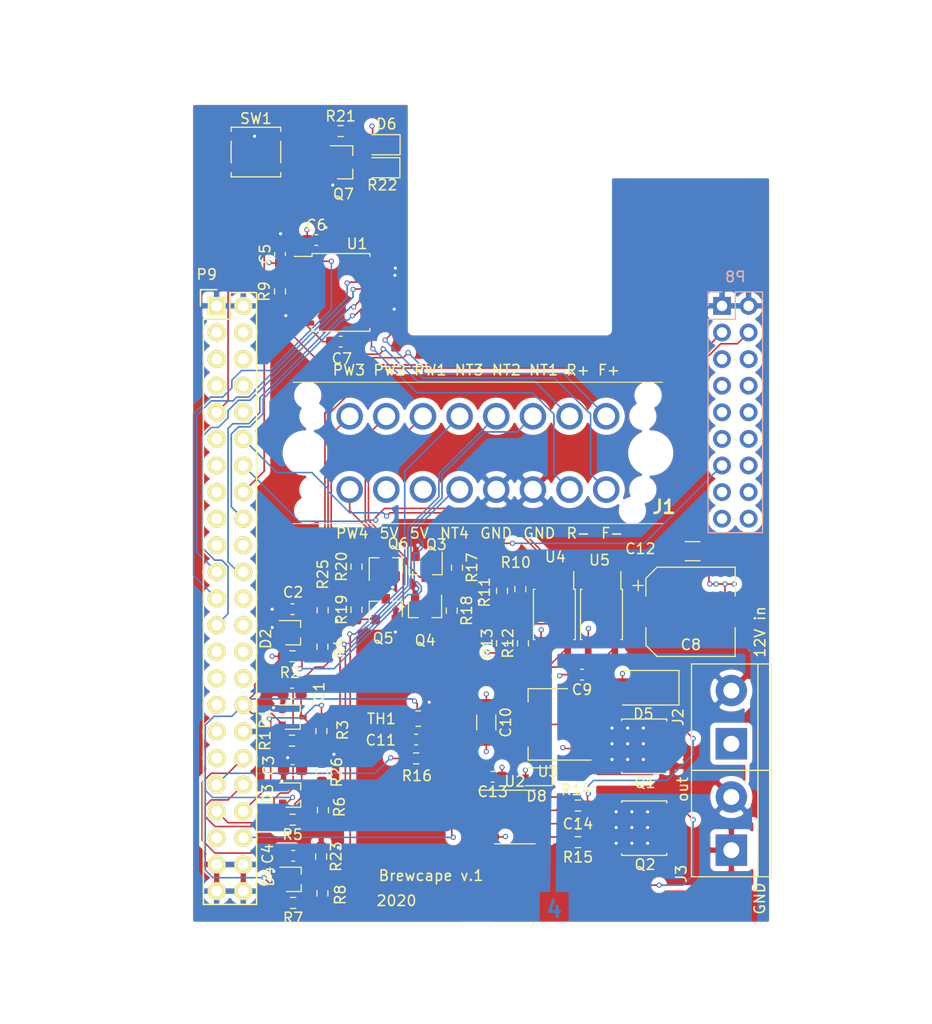
<source format=kicad_pcb>
(kicad_pcb (version 20171130) (host pcbnew 5.1.8-1.fc32)
  (layers (0 F.Cu signal) (1 In1.Cu signal) (2 In2.Cu signal) (31 B.Cu signal) (34 B.Paste user) (35 F.Paste user) (36 B.SilkS user) (37 F.SilkS user) (38 B.Mask user) (39 F.Mask user) (44 Edge.Cuts user))
  (net 0 "")
  (net 1 "Net-(P8-Pad5)")
  (net 2 "Net-(P8-Pad6)")
  (net 3 "Net-(P8-Pad7)")
  (net 4 "Net-(P8-Pad8)")
  (net 5 "Net-(P8-Pad9)")
  (net 6 "Net-(P8-Pad10)")
  (net 7 "Net-(P8-Pad11)")
  (net 8 "Net-(P8-Pad12)")
  (net 9 "Net-(P8-Pad14)")
  (net 10 "Net-(P8-Pad15)")
  (net 11 "Net-(P8-Pad16)")
  (net 12 "Net-(P8-Pad17)")
  (net 13 "Net-(P8-Pad18)")
  (net 14 "Net-(P9-Pad11)")
  (net 15 "Net-(P9-Pad13)")
  (net 16 "Net-(P9-Pad15)")
  (net 17 "Net-(P9-Pad17)")
  (net 18 "Net-(P9-Pad19)")
  (net 19 "Net-(P9-Pad20)")
  (net 20 "Net-(P9-Pad24)")
  (net 21 "Net-(P9-Pad26)")
  (net 22 "Net-(P9-Pad27)")
  (net 23 "Net-(P9-Pad28)")
  (net 24 "Net-(P9-Pad29)")
  (net 25 "Net-(P9-Pad30)")
  (net 26 "Net-(P9-Pad31)")
  (net 27 "Net-(P9-Pad33)")
  (net 28 "Net-(P9-Pad35)")
  (net 29 "Net-(P9-Pad41)")
  (net 30 +3V3)
  (net 31 +5V)
  (net 32 SYS_5V)
  (net 33 PWR_BUT)
  (net 34 SYS_RESETN)
  (net 35 VDD_ADC)
  (net 36 "Net-(J1-Pad16)")
  (net 37 "Net-(J1-Pad15)")
  (net 38 "Net-(J1-Pad14)")
  (net 39 "Net-(J1-Pad8)")
  (net 40 "Net-(U1-Pad20)")
  (net 41 GND)
  (net 42 PT_SDO)
  (net 43 PT_CS)
  (net 44 PT_SCLK)
  (net 45 PT_SDI)
  (net 46 PT_F-)
  (net 47 PT_R-)
  (net 48 PT_R+)
  (net 49 PT_F+)
  (net 50 PT_DRDY)
  (net 51 NTC4)
  (net 52 NTC1)
  (net 53 NTC2)
  (net 54 NTC3)
  (net 55 "Net-(Q1-Pad4)")
  (net 56 +12V)
  (net 57 "Net-(Q2-Pad4)")
  (net 58 "Net-(R9-Pad2)")
  (net 59 "Net-(R9-Pad1)")
  (net 60 "Net-(C14-Pad1)")
  (net 61 GNDPWR)
  (net 62 "Net-(C14-Pad2)")
  (net 63 "Net-(R14-Pad2)")
  (net 64 "Net-(R15-Pad2)")
  (net 65 +5P)
  (net 66 "Net-(R10-Pad1)")
  (net 67 M_SD)
  (net 68 "Net-(R11-Pad1)")
  (net 69 M_PWM)
  (net 70 "Net-(R12-Pad2)")
  (net 71 "Net-(R13-Pad2)")
  (net 72 NTC5)
  (net 73 ADC1)
  (net 74 ADC4)
  (net 75 ADC2)
  (net 76 ADC3)
  (net 77 G4)
  (net 78 G3)
  (net 79 G2)
  (net 80 "Net-(Q3-Pad1)")
  (net 81 "Net-(Q4-Pad1)")
  (net 82 "Net-(Q5-Pad1)")
  (net 83 "Net-(Q6-Pad1)")
  (net 84 G1)
  (net 85 led)
  (net 86 "Net-(Q7-Pad3)")
  (net 87 "Net-(Q7-Pad1)")
  (net 88 "Net-(D6-Pad1)")
  (module Capacitor_SMD:C_1206_3216Metric_Pad1.33x1.80mm_HandSolder (layer F.Cu) (at 134.5701 105.4924)
    (fp_text reference C12 (at -4.99 -0.23) (layer F.SilkS))
    (fp_text value C1206C106K4RACTU)
    (pad 2 smd roundrect (at 1.5625 0) (size 1.325 1.8) (layers F.Cu F.Paste F.Mask) (roundrect_rratio 0.1886784905660377) (net 61 GNDPWR))
    (pad 1 smd roundrect (at -1.5625 0) (size 1.325 1.8) (layers F.Cu F.Paste F.Mask) (roundrect_rratio 0.1886784905660377) (net 56 +12V))
  )
  (module Resistor_SMD:R_0603_1608Metric_Pad0.98x0.95mm_HandSolder (layer F.Cu) (at 99.1601 126.6024 270)
    (fp_text reference R26 (at 0 -1.43 90) (layer F.SilkS))
    (fp_text value n.c.)
    (pad 2 smd roundrect (at 0.9125 0 270) (size 0.975 0.95) (layers F.Cu F.Paste F.Mask) (net 75 ADC2))
    (pad 1 smd roundrect (at -0.9125 0 270) (size 0.975 0.95) (layers F.Cu F.Paste F.Mask) (net 41 GND))
  )
  (module Resistor_SMD:R_0603_1608Metric_Pad0.98x0.95mm_HandSolder (layer F.Cu) (at 99.2401 111.1399 90)
    (fp_text reference R25 (at 3.4275 0.02 90) (layer F.SilkS))
    (fp_text value n.c.)
    (pad 2 smd roundrect (at 0.9125 0 90) (size 0.975 0.95) (layers F.Cu F.Paste F.Mask) (net 74 ADC4))
    (pad 1 smd roundrect (at -0.9125 0 90) (size 0.975 0.95) (layers F.Cu F.Paste F.Mask) (net 41 GND))
  )
  (module Resistor_SMD:R_0603_1608Metric_Pad0.98x0.95mm_HandSolder (layer F.Cu) (at 99.1001 134.6624 270)
    (fp_text reference R23 (at 0 -1.43 90) (layer F.SilkS))
    (fp_text value n.c.)
    (pad 2 smd roundrect (at 0.9125 0 270) (size 0.975 0.95) (layers F.Cu F.Paste F.Mask) (net 76 ADC3))
    (pad 1 smd roundrect (at -0.9125 0 270) (size 0.975 0.95) (layers F.Cu F.Paste F.Mask) (net 41 GND))
  )
  (module KiCad:1848707 (layer F.Cu) (at 126.3201 99.6124 180)
    (fp_text reference J1 (at -5.52 -1.65) (layer F.SilkS) (effects (font (size 1.27 1.27) (thickness 0.254))))
    (fp_text value 1848707 hide)
    (pad 26 np_thru_hole circle (at 28.5 -2 180) (size 1.6 0) (drill 1.6) (layers *.Cu *.Mask))
    (pad 25 np_thru_hole circle (at -2.5 -2 180) (size 1.6 0) (drill 1.6) (layers *.Cu *.Mask))
    (pad 24 np_thru_hole circle (at 28.5 9 180) (size 1.6 0) (drill 1.6) (layers *.Cu *.Mask))
    (pad 23 np_thru_hole circle (at -4 9 180) (size 1.6 0) (drill 1.6) (layers *.Cu *.Mask))
    (pad 22 np_thru_hole circle (at 28 7 180) (size 1.6 0) (drill 1.6) (layers *.Cu *.Mask))
    (pad 21 np_thru_hole circle (at -3.5 7 180) (size 1.6 0) (drill 1.6) (layers *.Cu *.Mask))
    (pad 20 np_thru_hole circle (at 28 0 180) (size 1.6 0) (drill 1.6) (layers *.Cu *.Mask))
    (pad 19 np_thru_hole circle (at -3.5 0 180) (size 1.6 0) (drill 1.6) (layers *.Cu *.Mask))
    (pad 18 np_thru_hole circle (at 28.75 3.5 180) (size 3.3 0) (drill 3.3) (layers *.Cu *.Mask))
    (pad 17 np_thru_hole circle (at -4.25 3.5 180) (size 3.3 0) (drill 3.3) (layers *.Cu *.Mask))
    (pad 16 thru_hole circle (at 24.5 7 180) (size 2.535 2.535) (drill 1.69) (layers *.Cu *.Mask) (net 36 "Net-(J1-Pad16)"))
    (pad 15 thru_hole circle (at 21 7 180) (size 2.535 2.535) (drill 1.69) (layers *.Cu *.Mask) (net 37 "Net-(J1-Pad15)"))
    (pad 14 thru_hole circle (at 17.5 7 180) (size 2.535 2.535) (drill 1.69) (layers *.Cu *.Mask) (net 38 "Net-(J1-Pad14)"))
    (pad 13 thru_hole circle (at 14 7 180) (size 2.535 2.535) (drill 1.69) (layers *.Cu *.Mask) (net 54 NTC3))
    (pad 12 thru_hole circle (at 10.5 7 180) (size 2.535 2.535) (drill 1.69) (layers *.Cu *.Mask) (net 53 NTC2))
    (pad 11 thru_hole circle (at 7 7 180) (size 2.535 2.535) (drill 1.69) (layers *.Cu *.Mask) (net 52 NTC1))
    (pad 10 thru_hole circle (at 3.5 7 180) (size 2.535 2.535) (drill 1.69) (layers *.Cu *.Mask) (net 48 PT_R+))
    (pad 9 thru_hole circle (at 0 7 180) (size 2.535 2.535) (drill 1.69) (layers *.Cu *.Mask) (net 49 PT_F+))
    (pad 8 thru_hole circle (at 24.5 0 180) (size 2.535 2.535) (drill 1.69) (layers *.Cu *.Mask) (net 39 "Net-(J1-Pad8)"))
    (pad 7 thru_hole circle (at 21 0 180) (size 2.535 2.535) (drill 1.69) (layers *.Cu *.Mask) (net 31 +5V))
    (pad 6 thru_hole circle (at 17.5 0 180) (size 2.535 2.535) (drill 1.69) (layers *.Cu *.Mask) (net 31 +5V))
    (pad 5 thru_hole circle (at 14 0 180) (size 2.535 2.535) (drill 1.69) (layers *.Cu *.Mask) (net 51 NTC4))
    (pad 4 thru_hole circle (at 10.5 0 180) (size 2.535 2.535) (drill 1.69) (layers *.Cu *.Mask) (net 41 GND))
    (pad 3 thru_hole circle (at 7 0 180) (size 2.535 2.535) (drill 1.69) (layers *.Cu *.Mask) (net 41 GND))
    (pad 2 thru_hole circle (at 3.5 0 180) (size 2.535 2.535) (drill 1.69) (layers *.Cu *.Mask) (net 47 PT_R-))
    (pad 1 thru_hole circle (at 0 0 180) (size 2.535 2.535) (drill 1.69) (layers *.Cu *.Mask) (net 46 PT_F-))
  )
  (module LED_SMD:LED_0805_2012Metric (layer F.Cu) (at 104.9501 66.6824 180)
    (fp_text reference D6 (at -0.38 1.98) (layer F.SilkS))
    (fp_text value LED)
    (pad 2 smd roundrect (at 0.9375 0 180) (size 0.975 1.4) (layers F.Cu F.Paste F.Mask) (net 31 +5V))
    (pad 1 smd roundrect (at -0.9375 0 180) (size 0.975 1.4) (layers F.Cu F.Paste F.Mask) (net 88 "Net-(D6-Pad1)"))
  )
  (module LED_SMD:LED_0805_2012Metric (layer F.Cu) (at 104.9326 68.8824 180)
    (fp_text reference R22 (at 0 -1.65) (layer F.SilkS))
    (fp_text value 220)
    (pad 2 smd roundrect (at 0.9375 0 180) (size 0.975 1.4) (layers F.Cu F.Paste F.Mask) (net 86 "Net-(Q7-Pad3)"))
    (pad 1 smd roundrect (at -0.9375 0 180) (size 0.975 1.4) (layers F.Cu F.Paste F.Mask) (net 88 "Net-(D6-Pad1)"))
  )
  (module Resistor_SMD:R_0603_1608Metric_Pad0.98x0.95mm_HandSolder (layer F.Cu) (at 100.9576 65.3824)
    (fp_text reference R21 (at 0 -1.43) (layer F.SilkS))
    (fp_text value 100)
    (pad 2 smd roundrect (at 0.9125 0) (size 0.975 0.95) (layers F.Cu F.Paste F.Mask) (net 85 led))
    (pad 1 smd roundrect (at -0.9125 0) (size 0.975 0.95) (layers F.Cu F.Paste F.Mask) (net 87 "Net-(Q7-Pad1)"))
  )
  (module Package_TO_SOT_SMD:SOT-23 (layer F.Cu) (at 101.3601 68.3624)
    (fp_text reference Q7 (at -0.13 3.03) (layer F.SilkS))
    (fp_text value DMN3730U)
    (pad 3 smd rect (at 1 0) (size 0.9 0.8) (layers F.Cu F.Paste F.Mask) (net 86 "Net-(Q7-Pad3)"))
    (pad 2 smd rect (at -1 0.95) (size 0.9 0.8) (layers F.Cu F.Paste F.Mask) (net 41 GND))
    (pad 1 smd rect (at -1 -0.95) (size 0.9 0.8) (layers F.Cu F.Paste F.Mask) (net 87 "Net-(Q7-Pad1)"))
  )
  (module Button_Switch_SMD:SW_SPST_TL3305A (layer F.Cu) (at 92.8701 67.3824)
    (fp_text reference SW1 (at 0 -3.2) (layer F.SilkS))
    (fp_text value SW_Push)
    (pad 2 smd rect (at -3.6 1.5) (size 1.6 1.4) (layers F.Cu F.Paste F.Mask) (net 33 PWR_BUT))
    (pad 2 smd rect (at 3.6 1.5) (size 1.6 1.4) (layers F.Cu F.Paste F.Mask) (net 33 PWR_BUT))
    (pad 1 smd rect (at -3.6 -1.5) (size 1.6 1.4) (layers F.Cu F.Paste F.Mask) (net 41 GND))
    (pad 1 smd rect (at 3.6 -1.5) (size 1.6 1.4) (layers F.Cu F.Paste F.Mask) (net 41 GND))
  )
  (module Resistor_SMD:R_0603_1608Metric_Pad0.98x0.95mm_HandSolder (layer F.Cu) (at 102.4701 106.9699 90)
    (fp_text reference R20 (at 0 -1.43 90) (layer F.SilkS))
    (fp_text value 100)
    (pad 2 smd roundrect (at 0.9125 0 90) (size 0.975 0.95) (layers F.Cu F.Paste F.Mask) (net 77 G4))
    (pad 1 smd roundrect (at -0.9125 0 90) (size 0.975 0.95) (layers F.Cu F.Paste F.Mask) (net 83 "Net-(Q6-Pad1)"))
  )
  (module Resistor_SMD:R_0603_1608Metric_Pad0.98x0.95mm_HandSolder (layer F.Cu) (at 102.4701 111.0824 90)
    (fp_text reference R19 (at 0 -1.43 90) (layer F.SilkS))
    (fp_text value 100)
    (pad 2 smd roundrect (at 0.9125 0 90) (size 0.975 0.95) (layers F.Cu F.Paste F.Mask) (net 78 G3))
    (pad 1 smd roundrect (at -0.9125 0 90) (size 0.975 0.95) (layers F.Cu F.Paste F.Mask) (net 82 "Net-(Q5-Pad1)"))
  )
  (module Resistor_SMD:R_0603_1608Metric_Pad0.98x0.95mm_HandSolder (layer F.Cu) (at 111.5701 111.1699 270)
    (fp_text reference R18 (at 0 -1.43 90) (layer F.SilkS))
    (fp_text value 100)
    (pad 2 smd roundrect (at 0.9125 0 270) (size 0.975 0.95) (layers F.Cu F.Paste F.Mask) (net 79 G2))
    (pad 1 smd roundrect (at -0.9125 0 270) (size 0.975 0.95) (layers F.Cu F.Paste F.Mask) (net 81 "Net-(Q4-Pad1)"))
  )
  (module Resistor_SMD:R_0603_1608Metric_Pad0.98x0.95mm_HandSolder (layer F.Cu) (at 112.0701 107.0699 270)
    (fp_text reference R17 (at 0 -1.43 90) (layer F.SilkS))
    (fp_text value 100)
    (pad 2 smd roundrect (at 0.9125 0 270) (size 0.975 0.95) (layers F.Cu F.Paste F.Mask) (net 84 G1))
    (pad 1 smd roundrect (at -0.9125 0 270) (size 0.975 0.95) (layers F.Cu F.Paste F.Mask) (net 80 "Net-(Q3-Pad1)"))
  )
  (module Package_TO_SOT_SMD:SOT-23 (layer F.Cu) (at 105.2701 106.8824 90)
    (fp_text reference Q6 (at 2.11 1.18) (layer F.SilkS))
    (fp_text value DMN3730U)
    (pad 3 smd rect (at 1 0 90) (size 0.9 0.8) (layers F.Cu F.Paste F.Mask) (net 39 "Net-(J1-Pad8)"))
    (pad 2 smd rect (at -1 0.95 90) (size 0.9 0.8) (layers F.Cu F.Paste F.Mask) (net 41 GND))
    (pad 1 smd rect (at -1 -0.95 90) (size 0.9 0.8) (layers F.Cu F.Paste F.Mask) (net 83 "Net-(Q6-Pad1)"))
  )
  (module Package_TO_SOT_SMD:SOT-23 (layer F.Cu) (at 105.2701 111.0324 90)
    (fp_text reference Q5 (at -2.77 -0.25 180) (layer F.SilkS))
    (fp_text value DMN3730U)
    (pad 3 smd rect (at 1 0 90) (size 0.9 0.8) (layers F.Cu F.Paste F.Mask) (net 36 "Net-(J1-Pad16)"))
    (pad 2 smd rect (at -1 0.95 90) (size 0.9 0.8) (layers F.Cu F.Paste F.Mask) (net 41 GND))
    (pad 1 smd rect (at -1 -0.95 90) (size 0.9 0.8) (layers F.Cu F.Paste F.Mask) (net 82 "Net-(Q5-Pad1)"))
  )
  (module Package_TO_SOT_SMD:SOT-23 (layer F.Cu) (at 109.0201 111.0824 270)
    (fp_text reference Q4 (at 2.93 -0.01 180) (layer F.SilkS))
    (fp_text value DMN3730U)
    (pad 3 smd rect (at 1 0 270) (size 0.9 0.8) (layers F.Cu F.Paste F.Mask) (net 37 "Net-(J1-Pad15)"))
    (pad 2 smd rect (at -1 0.95 270) (size 0.9 0.8) (layers F.Cu F.Paste F.Mask) (net 41 GND))
    (pad 1 smd rect (at -1 -0.95 270) (size 0.9 0.8) (layers F.Cu F.Paste F.Mask) (net 81 "Net-(Q4-Pad1)"))
  )
  (module Package_TO_SOT_SMD:SOT-23 (layer F.Cu) (at 109.0701 106.9824 270)
    (fp_text reference Q3 (at -2.12 -1.03 180) (layer F.SilkS))
    (fp_text value DMN3730U)
    (pad 3 smd rect (at 1 0 270) (size 0.9 0.8) (layers F.Cu F.Paste F.Mask) (net 38 "Net-(J1-Pad14)"))
    (pad 2 smd rect (at -1 0.95 270) (size 0.9 0.8) (layers F.Cu F.Paste F.Mask) (net 41 GND))
    (pad 1 smd rect (at -1 -0.95 270) (size 0.9 0.8) (layers F.Cu F.Paste F.Mask) (net 80 "Net-(Q3-Pad1)"))
  )
  (module Resistor_SMD:R_0805_2012Metric_Pad1.20x1.40mm_HandSolder (layer F.Cu) (at 108.3701 121.4824)
    (fp_text reference TH1 (at -3.51 0.02) (layer F.SilkS))
    (fp_text value NTCG204CH104JTDS)
    (pad 2 smd roundrect (at 1 0) (size 1.2 1.4) (layers F.Cu F.Paste F.Mask) (roundrect_rratio 0.2083325) (net 41 GND))
    (pad 1 smd roundrect (at -1 0) (size 1.2 1.4) (layers F.Cu F.Paste F.Mask) (roundrect_rratio 0.2083325) (net 72 NTC5))
  )
  (module Resistor_SMD:R_0603_1608Metric_Pad0.98x0.95mm_HandSolder (layer F.Cu) (at 108.1701 125.2824)
    (fp_text reference R16 (at 0.07 1.66) (layer F.SilkS))
    (fp_text value 50k)
    (pad 2 smd roundrect (at 0.9125 0) (size 0.975 0.95) (layers F.Cu F.Paste F.Mask) (net 35 VDD_ADC))
    (pad 1 smd roundrect (at -0.9125 0) (size 0.975 0.95) (layers F.Cu F.Paste F.Mask) (net 72 NTC5))
  )
  (module Capacitor_SMD:C_0603_1608Metric_Pad1.08x0.95mm_HandSolder (layer F.Cu) (at 108.1701 123.4824)
    (fp_text reference C11 (at -3.38 0.06) (layer F.SilkS))
    (fp_text value 10n)
    (pad 2 smd roundrect (at 0.8625 0) (size 1.075 0.95) (layers F.Cu F.Paste F.Mask) (net 41 GND))
    (pad 1 smd roundrect (at -0.8625 0) (size 1.075 0.95) (layers F.Cu F.Paste F.Mask) (net 72 NTC5))
  )
  (module Resistor_SMD:R_0603_1608Metric_Pad0.98x0.95mm_HandSolder (layer F.Cu) (at 123.6201 133.2824 180)
    (fp_text reference R15 (at 0 -1.43) (layer F.SilkS))
    (fp_text value 50)
    (pad 2 smd roundrect (at 0.9125 0 180) (size 0.975 0.95) (layers F.Cu F.Paste F.Mask) (net 64 "Net-(R15-Pad2)"))
    (pad 1 smd roundrect (at -0.9125 0 180) (size 0.975 0.95) (layers F.Cu F.Paste F.Mask) (net 57 "Net-(Q2-Pad4)"))
  )
  (module Resistor_SMD:R_0603_1608Metric_Pad0.98x0.95mm_HandSolder (layer F.Cu) (at 123.6201 129.7824 180)
    (fp_text reference R14 (at 0.1625 1.5) (layer F.SilkS))
    (fp_text value 50)
    (pad 2 smd roundrect (at 0.9125 0 180) (size 0.975 0.95) (layers F.Cu F.Paste F.Mask) (net 63 "Net-(R14-Pad2)"))
    (pad 1 smd roundrect (at -0.9125 0 180) (size 0.975 0.95) (layers F.Cu F.Paste F.Mask) (net 55 "Net-(Q1-Pad4)"))
  )
  (module Resistor_SMD:R_0603_1608Metric_Pad0.98x0.95mm_HandSolder (layer F.Cu) (at 116.3701 114.2949 90)
    (fp_text reference R13 (at 0 -1.43 90) (layer F.SilkS))
    (fp_text value 4.7k)
    (pad 2 smd roundrect (at 0.9125 0 90) (size 0.975 0.95) (layers F.Cu F.Paste F.Mask) (net 71 "Net-(R13-Pad2)"))
    (pad 1 smd roundrect (at -0.9125 0 90) (size 0.975 0.95) (layers F.Cu F.Paste F.Mask) (net 65 +5P))
  )
  (module Resistor_SMD:R_0603_1608Metric_Pad0.98x0.95mm_HandSolder (layer F.Cu) (at 118.3701 114.2949 90)
    (fp_text reference R12 (at 0 -1.43 90) (layer F.SilkS))
    (fp_text value 4.7k)
    (pad 2 smd roundrect (at 0.9125 0 90) (size 0.975 0.95) (layers F.Cu F.Paste F.Mask) (net 70 "Net-(R12-Pad2)"))
    (pad 1 smd roundrect (at -0.9125 0 90) (size 0.975 0.95) (layers F.Cu F.Paste F.Mask) (net 65 +5P))
  )
  (module Resistor_SMD:R_0603_1608Metric_Pad0.98x0.95mm_HandSolder (layer F.Cu) (at 116.3701 109.2824 270)
    (fp_text reference R11 (at 0.14 1.67 90) (layer F.SilkS))
    (fp_text value 100)
    (pad 2 smd roundrect (at 0.9125 0 270) (size 0.975 0.95) (layers F.Cu F.Paste F.Mask) (net 41 GND))
    (pad 1 smd roundrect (at -0.9125 0 270) (size 0.975 0.95) (layers F.Cu F.Paste F.Mask) (net 68 "Net-(R11-Pad1)"))
  )
  (module Resistor_SMD:R_0603_1608Metric_Pad0.98x0.95mm_HandSolder (layer F.Cu) (at 118.1201 109.1199 270)
    (fp_text reference R10 (at -2.5475 0.44 180) (layer F.SilkS))
    (fp_text value 100)
    (pad 2 smd roundrect (at 0.9125 0 270) (size 0.975 0.95) (layers F.Cu F.Paste F.Mask) (net 41 GND))
    (pad 1 smd roundrect (at -0.9125 0 270) (size 0.975 0.95) (layers F.Cu F.Paste F.Mask) (net 66 "Net-(R10-Pad1)"))
  )
  (module Diode_SMD:D_SOD-323 (layer F.Cu) (at 119.6701 127.0324 180)
    (fp_text reference D8 (at 0 -1.85) (layer F.SilkS))
    (fp_text value BAS321,115)
    (pad 2 smd rect (at 1.05 0 180) (size 0.6 0.45) (layers F.Cu F.Paste F.Mask) (net 65 +5P))
    (pad 1 smd rect (at -1.05 0 180) (size 0.6 0.45) (layers F.Cu F.Paste F.Mask) (net 62 "Net-(C14-Pad2)"))
  )
  (module Diode_SMD:D_SMA (layer F.Cu) (at 129.8701 118.5324 180)
    (fp_text reference D5 (at 0 -2.5) (layer F.SilkS))
    (fp_text value RBR5L30BDD)
    (pad 2 smd rect (at 2 0 180) (size 2.5 1.8) (layers F.Cu F.Paste F.Mask) (net 61 GNDPWR))
    (pad 1 smd rect (at -2 0 180) (size 2.5 1.8) (layers F.Cu F.Paste F.Mask) (net 56 +12V))
  )
  (module Capacitor_SMD:C_0603_1608Metric_Pad1.08x0.95mm_HandSolder (layer F.Cu) (at 123.6201 131.5324)
    (fp_text reference C14 (at 0 0) (layer F.SilkS))
    (fp_text value 22n)
    (pad 2 smd roundrect (at 0.8625 0) (size 1.075 0.95) (layers F.Cu F.Paste F.Mask) (net 62 "Net-(C14-Pad2)"))
    (pad 1 smd roundrect (at -0.8625 0) (size 1.075 0.95) (layers F.Cu F.Paste F.Mask) (net 60 "Net-(C14-Pad1)"))
  )
  (module Capacitor_SMD:C_0603_1608Metric_Pad1.08x0.95mm_HandSolder (layer F.Cu) (at 115.4826 127.0324 180)
    (fp_text reference C13 (at 0 -1.43) (layer F.SilkS))
    (fp_text value 100n)
    (pad 2 smd roundrect (at 0.8625 0 180) (size 1.075 0.95) (layers F.Cu F.Paste F.Mask) (net 65 +5P))
    (pad 1 smd roundrect (at -0.8625 0 180) (size 1.075 0.95) (layers F.Cu F.Paste F.Mask) (net 61 GNDPWR))
  )
  (module Capacitor_SMD:C_1206_3216Metric_Pad1.33x1.80mm_HandSolder (layer F.Cu) (at 114.8701 121.8449 270)
    (fp_text reference C10 (at 0 -1.85 90) (layer F.SilkS))
    (fp_text value C1206C106K4RACTU)
    (pad 2 smd roundrect (at 1.5625 0 270) (size 1.325 1.8) (layers F.Cu F.Paste F.Mask) (roundrect_rratio 0.1886784905660377) (net 61 GNDPWR))
    (pad 1 smd roundrect (at -1.5625 0 270) (size 1.325 1.8) (layers F.Cu F.Paste F.Mask) (roundrect_rratio 0.1886784905660377) (net 65 +5P))
  )
  (module Capacitor_SMD:C_0603_1608Metric_Pad1.08x0.95mm_HandSolder (layer F.Cu) (at 124.0076 117.2824 180)
    (fp_text reference C9 (at 0 -1.43) (layer F.SilkS))
    (fp_text value 100n)
    (pad 2 smd roundrect (at 0.8625 0 180) (size 1.075 0.95) (layers F.Cu F.Paste F.Mask) (net 61 GNDPWR))
    (pad 1 smd roundrect (at -0.8625 0 180) (size 1.075 0.95) (layers F.Cu F.Paste F.Mask) (net 56 +12V))
  )
  (module Capacitor_SMD:CP_Elec_8x10 (layer F.Cu) (at 134.3701 111.2824)
    (fp_text reference C8 (at 0.03 3.15) (layer F.SilkS))
    (fp_text value EMZR250ARA471MHA0G)
    (pad 2 smd roundrect (at 3.25 0) (size 3.5 2.5) (layers F.Cu F.Paste F.Mask) (roundrect_rratio 0.1) (net 61 GNDPWR))
    (pad 1 smd roundrect (at -3.25 0) (size 3.5 2.5) (layers F.Cu F.Paste F.Mask) (roundrect_rratio 0.1) (net 56 +12V))
  )
  (module TerminalBlock:TerminalBlock_bornier-2_P5.08mm (layer F.Cu) (at 138.2701 134.0424 90)
    (fp_text reference J3 (at -2.25 -4.79 90) (layer F.SilkS))
    (fp_text value Screw_Terminal_01x02)
    (pad 2 thru_hole circle (at 5.08 0 90) (size 3 3) (drill 1.52) (layers *.Cu *.Mask) (net 60 "Net-(C14-Pad1)"))
    (pad 1 thru_hole rect (at 0 0 90) (size 3 3) (drill 1.52) (layers *.Cu *.Mask) (net 61 GNDPWR))
  )
  (module TerminalBlock:TerminalBlock_bornier-2_P5.08mm (layer F.Cu) (at 138.2701 123.8824 90)
    (fp_text reference J2 (at 2.54 -5.08 90) (layer F.SilkS))
    (fp_text value Screw_Terminal_01x02)
    (pad 2 thru_hole circle (at 5.08 0 90) (size 3 3) (drill 1.52) (layers *.Cu *.Mask) (net 56 +12V))
    (pad 1 thru_hole rect (at 0 0 90) (size 3 3) (drill 1.52) (layers *.Cu *.Mask) (net 61 GNDPWR))
  )
  (module Package_SO:SO-4_4.4x3.6mm_P2.54mm (layer F.Cu) (at 125.8701 111.5324 270)
    (fp_text reference U5 (at -5.18 0.19 180) (layer F.SilkS))
    (fp_text value LTV-357T)
    (pad 4 smd rect (at 3.15 -1.27 270) (size 2 0.64) (layers F.Cu F.Paste F.Mask) (net 71 "Net-(R13-Pad2)"))
    (pad 3 smd rect (at 3.15 1.27 270) (size 2 0.64) (layers F.Cu F.Paste F.Mask) (net 61 GNDPWR))
    (pad 2 smd rect (at -3.15 1.27 270) (size 2 0.64) (layers F.Cu F.Paste F.Mask) (net 68 "Net-(R11-Pad1)"))
    (pad 1 smd rect (at -3.15 -1.27 270) (size 2 0.64) (layers F.Cu F.Paste F.Mask) (net 69 M_PWM))
  )
  (module Package_SO:SO-4_4.4x3.6mm_P2.54mm (layer F.Cu) (at 121.3701 111.5324 270)
    (fp_text reference U4 (at -5.48 -0.09 180) (layer F.SilkS))
    (fp_text value LTV-357T)
    (pad 4 smd rect (at 3.15 -1.27 270) (size 2 0.64) (layers F.Cu F.Paste F.Mask) (net 70 "Net-(R12-Pad2)"))
    (pad 3 smd rect (at 3.15 1.27 270) (size 2 0.64) (layers F.Cu F.Paste F.Mask) (net 61 GNDPWR))
    (pad 2 smd rect (at -3.15 1.27 270) (size 2 0.64) (layers F.Cu F.Paste F.Mask) (net 66 "Net-(R10-Pad1)"))
    (pad 1 smd rect (at -3.15 -1.27 270) (size 2 0.64) (layers F.Cu F.Paste F.Mask) (net 67 M_SD))
  )
  (module Package_TO_SOT_SMD:SOT-223-3_TabPin2 (layer F.Cu) (at 120.7701 122.0324 180)
    (fp_text reference U3 (at 0 -4.5) (layer F.SilkS))
    (fp_text value LD1117S50TR_SOT223)
    (pad 1 smd rect (at -3.15 -2.3 180) (size 2 1.5) (layers F.Cu F.Paste F.Mask) (net 61 GNDPWR))
    (pad 3 smd rect (at -3.15 2.3 180) (size 2 1.5) (layers F.Cu F.Paste F.Mask) (net 56 +12V))
    (pad 2 smd rect (at -3.15 0 180) (size 2 1.5) (layers F.Cu F.Paste F.Mask) (net 65 +5P))
    (pad 2 smd rect (at 3.15 0 180) (size 2 3.8) (layers F.Cu F.Paste F.Mask) (net 65 +5P))
  )
  (module Package_SO:SOIC-8_3.9x4.9mm_P1.27mm (layer F.Cu) (at 117.5951 130.8774)
    (fp_text reference U2 (at 0 -3.4) (layer F.SilkS))
    (fp_text value IRS2008S)
    (pad 8 smd roundrect (at 2.475 -1.905) (size 1.95 0.6) (layers F.Cu F.Paste F.Mask) (net 62 "Net-(C14-Pad2)"))
    (pad 7 smd roundrect (at 2.475 -0.635) (size 1.95 0.6) (layers F.Cu F.Paste F.Mask) (net 63 "Net-(R14-Pad2)"))
    (pad 6 smd roundrect (at 2.475 0.635) (size 1.95 0.6) (layers F.Cu F.Paste F.Mask) (net 60 "Net-(C14-Pad1)"))
    (pad 5 smd roundrect (at 2.475 1.905) (size 1.95 0.6) (layers F.Cu F.Paste F.Mask) (net 64 "Net-(R15-Pad2)"))
    (pad 4 smd roundrect (at -2.475 1.905) (size 1.95 0.6) (layers F.Cu F.Paste F.Mask) (net 61 GNDPWR))
    (pad 3 smd roundrect (at -2.475 0.635) (size 1.95 0.6) (layers F.Cu F.Paste F.Mask) (net 70 "Net-(R12-Pad2)"))
    (pad 2 smd roundrect (at -2.475 -0.635) (size 1.95 0.6) (layers F.Cu F.Paste F.Mask) (net 71 "Net-(R13-Pad2)"))
    (pad 1 smd roundrect (at -2.475 -1.905) (size 1.95 0.6) (layers F.Cu F.Paste F.Mask) (net 65 +5P))
  )
  (module Package_SO:SSOP-20_5.3x7.2mm_P0.65mm (layer F.Cu) (at 100.9901 80.7824)
    (fp_text reference U1 (at 1.54 -4.64) (layer F.SilkS))
    (fp_text value MAX31865xAP)
    (pad 20 smd roundrect (at 3.5 -2.925) (size 1.9 0.5) (layers F.Cu F.Paste F.Mask) (net 40 "Net-(U1-Pad20)"))
    (pad 19 smd roundrect (at 3.5 -2.275) (size 1.9 0.5) (layers F.Cu F.Paste F.Mask) (net 41 GND))
    (pad 18 smd roundrect (at 3.5 -1.625) (size 1.9 0.5) (layers F.Cu F.Paste F.Mask) (net 41 GND))
    (pad 17 smd roundrect (at 3.5 -0.975) (size 1.9 0.5) (layers F.Cu F.Paste F.Mask) (net 42 PT_SDO))
    (pad 16 smd roundrect (at 3.5 -0.325) (size 1.9 0.5) (layers F.Cu F.Paste F.Mask) (net 43 PT_CS))
    (pad 15 smd roundrect (at 3.5 0.325) (size 1.9 0.5) (layers F.Cu F.Paste F.Mask) (net 44 PT_SCLK))
    (pad 14 smd roundrect (at 3.5 0.975) (size 1.9 0.5) (layers F.Cu F.Paste F.Mask) (net 45 PT_SDI))
    (pad 13 smd roundrect (at 3.5 1.625) (size 1.9 0.5) (layers F.Cu F.Paste F.Mask) (net 41 GND))
    (pad 12 smd roundrect (at 3.5 2.275) (size 1.9 0.5) (layers F.Cu F.Paste F.Mask) (net 46 PT_F-))
    (pad 11 smd roundrect (at 3.5 2.925) (size 1.9 0.5) (layers F.Cu F.Paste F.Mask) (net 47 PT_R-))
    (pad 10 smd roundrect (at -3.5 2.925) (size 1.9 0.5) (layers F.Cu F.Paste F.Mask) (net 48 PT_R+))
    (pad 9 smd roundrect (at -3.5 2.275) (size 1.9 0.5) (layers F.Cu F.Paste F.Mask) (net 41 GND))
    (pad 8 smd roundrect (at -3.5 1.625) (size 1.9 0.5) (layers F.Cu F.Paste F.Mask) (net 49 PT_F+))
    (pad 7 smd roundrect (at -3.5 0.975) (size 1.9 0.5) (layers F.Cu F.Paste F.Mask) (net 58 "Net-(R9-Pad2)"))
    (pad 6 smd roundrect (at -3.5 0.325) (size 1.9 0.5) (layers F.Cu F.Paste F.Mask) (net 58 "Net-(R9-Pad2)"))
    (pad 5 smd roundrect (at -3.5 -0.325) (size 1.9 0.5) (layers F.Cu F.Paste F.Mask) (net 59 "Net-(R9-Pad1)"))
    (pad 4 smd roundrect (at -3.5 -0.975) (size 1.9 0.5) (layers F.Cu F.Paste F.Mask) (net 59 "Net-(R9-Pad1)"))
    (pad 3 smd roundrect (at -3.5 -1.625) (size 1.9 0.5) (layers F.Cu F.Paste F.Mask) (net 30 +3V3))
    (pad 2 smd roundrect (at -3.5 -2.275) (size 1.9 0.5) (layers F.Cu F.Paste F.Mask) (net 30 +3V3))
    (pad 1 smd roundrect (at -3.5 -2.925) (size 1.9 0.5) (layers F.Cu F.Paste F.Mask) (net 50 PT_DRDY))
  )
  (module Resistor_SMD:R_0603_1608Metric_Pad0.98x0.95mm_HandSolder (layer F.Cu) (at 95.1701 80.6949 270)
    (fp_text reference R9 (at 0 1.51 90) (layer F.SilkS))
    (fp_text value "400 0.1%")
    (pad 2 smd roundrect (at 0.9125 0 270) (size 0.975 0.95) (layers F.Cu F.Paste F.Mask) (net 58 "Net-(R9-Pad2)"))
    (pad 1 smd roundrect (at -0.9125 0 270) (size 0.975 0.95) (layers F.Cu F.Paste F.Mask) (net 59 "Net-(R9-Pad1)"))
  )
  (module Resistor_SMD:R_0603_1608Metric_Pad0.98x0.95mm_HandSolder (layer F.Cu) (at 99.2201 138.1699 90)
    (fp_text reference R8 (at -0.1425 1.7 270) (layer F.SilkS))
    (fp_text value 10k)
    (pad 2 smd roundrect (at 0.9125 0 90) (size 0.975 0.95) (layers F.Cu F.Paste F.Mask) (net 76 ADC3))
    (pad 1 smd roundrect (at -0.9125 0 90) (size 0.975 0.95) (layers F.Cu F.Paste F.Mask) (net 54 NTC3))
  )
  (module Resistor_SMD:R_0603_1608Metric_Pad0.98x0.95mm_HandSolder (layer F.Cu) (at 96.4201 139.0824 180)
    (fp_text reference R7 (at 0 -1.43) (layer F.SilkS))
    (fp_text value 50k)
    (pad 2 smd roundrect (at 0.9125 0 180) (size 0.975 0.95) (layers F.Cu F.Paste F.Mask) (net 35 VDD_ADC))
    (pad 1 smd roundrect (at -0.9125 0 180) (size 0.975 0.95) (layers F.Cu F.Paste F.Mask) (net 54 NTC3))
  )
  (module Resistor_SMD:R_0603_1608Metric_Pad0.98x0.95mm_HandSolder (layer F.Cu) (at 99.2701 130.2199 90)
    (fp_text reference R6 (at 0.2975 1.57 270) (layer F.SilkS))
    (fp_text value 10k)
    (pad 2 smd roundrect (at 0.9125 0 90) (size 0.975 0.95) (layers F.Cu F.Paste F.Mask) (net 75 ADC2))
    (pad 1 smd roundrect (at -0.9125 0 90) (size 0.975 0.95) (layers F.Cu F.Paste F.Mask) (net 53 NTC2))
  )
  (module Resistor_SMD:R_0603_1608Metric_Pad0.98x0.95mm_HandSolder (layer F.Cu) (at 96.3701 131.1324 180)
    (fp_text reference R5 (at 0 -1.43) (layer F.SilkS))
    (fp_text value 50k)
    (pad 2 smd roundrect (at 0.9125 0 180) (size 0.975 0.95) (layers F.Cu F.Paste F.Mask) (net 35 VDD_ADC))
    (pad 1 smd roundrect (at -0.9125 0 180) (size 0.975 0.95) (layers F.Cu F.Paste F.Mask) (net 53 NTC2))
  )
  (module Resistor_SMD:R_0603_1608Metric_Pad0.98x0.95mm_HandSolder (layer F.Cu) (at 99.2201 114.6199 90)
    (fp_text reference R4 (at -0.1125 1.67 270) (layer F.SilkS))
    (fp_text value 10k)
    (pad 2 smd roundrect (at 0.9125 0 90) (size 0.975 0.95) (layers F.Cu F.Paste F.Mask) (net 74 ADC4))
    (pad 1 smd roundrect (at -0.9125 0 90) (size 0.975 0.95) (layers F.Cu F.Paste F.Mask) (net 51 NTC4))
  )
  (module Resistor_SMD:R_0603_1608Metric_Pad0.98x0.95mm_HandSolder (layer F.Cu) (at 99.1201 122.6699 90)
    (fp_text reference R3 (at 0.0875 2.04 90) (layer F.SilkS))
    (fp_text value 10k)
    (pad 2 smd roundrect (at 0.9125 0 90) (size 0.975 0.95) (layers F.Cu F.Paste F.Mask) (net 73 ADC1))
    (pad 1 smd roundrect (at -0.9125 0 90) (size 0.975 0.95) (layers F.Cu F.Paste F.Mask) (net 52 NTC1))
  )
  (module Resistor_SMD:R_0603_1608Metric_Pad0.98x0.95mm_HandSolder (layer F.Cu) (at 96.3576 115.5324 180)
    (fp_text reference R2 (at 0.2475 -1.56) (layer F.SilkS))
    (fp_text value 50k)
    (pad 2 smd roundrect (at 0.9125 0 180) (size 0.975 0.95) (layers F.Cu F.Paste F.Mask) (net 35 VDD_ADC))
    (pad 1 smd roundrect (at -0.9125 0 180) (size 0.975 0.95) (layers F.Cu F.Paste F.Mask) (net 51 NTC4))
  )
  (module Resistor_SMD:R_0603_1608Metric_Pad0.98x0.95mm_HandSolder (layer F.Cu) (at 96.3201 123.5824 180)
    (fp_text reference R1 (at 2.57 -0.01 90) (layer F.SilkS))
    (fp_text value 50k)
    (pad 2 smd roundrect (at 0.9125 0 180) (size 0.975 0.95) (layers F.Cu F.Paste F.Mask) (net 35 VDD_ADC))
    (pad 1 smd roundrect (at -0.9125 0 180) (size 0.975 0.95) (layers F.Cu F.Paste F.Mask) (net 52 NTC1))
  )
  (module Package_TO_SOT_SMD:LFPAK56 (layer F.Cu) (at 129.7851 131.9424 180)
    (fp_text reference Q2 (at -0.245 -3.48) (layer F.SilkS))
    (fp_text value PSMN9R1-30YL)
    (pad 5 smd custom (at 0.435 0 180) (size 3.3 4.2) (layers F.Cu F.Mask) (net 60 "Net-(C14-Pad1)") (options (clearance outline) (anchor rect)) (primitives (gr_poly (pts (xy 1.425 -2.35) (xy 2.975 -2.35) (xy 2.975 2.35) (xy 1.425 2.35)) (width 0))))
    (pad 4 smd rect (at -2.835 1.91 90) (size 0.7 1.15) (layers F.Cu F.Paste F.Mask) (net 57 "Net-(Q2-Pad4)"))
    (pad 3 smd rect (at -2.835 0.64 90) (size 0.7 1.15) (layers F.Cu F.Paste F.Mask) (net 61 GNDPWR))
    (pad 1 smd rect (at -2.835 -1.91 90) (size 0.7 1.15) (layers F.Cu F.Paste F.Mask) (net 61 GNDPWR))
    (pad 2 smd rect (at -2.835 -0.64 90) (size 0.7 1.15) (layers F.Cu F.Paste F.Mask) (net 61 GNDPWR))
  )
  (module Package_TO_SOT_SMD:LFPAK56 (layer F.Cu) (at 129.7851 124.1224 180)
    (fp_text reference Q1 (at -0.245 -3.48) (layer F.SilkS))
    (fp_text value PSMN9R1-30YL)
    (pad 5 smd custom (at 0.435 0 180) (size 3.3 4.2) (layers F.Cu F.Mask) (net 56 +12V) (options (clearance outline) (anchor rect)) (primitives (gr_poly (pts (xy 1.425 -2.35) (xy 2.975 -2.35) (xy 2.975 2.35) (xy 1.425 2.35)) (width 0))))
    (pad 4 smd rect (at -2.835 1.91 90) (size 0.7 1.15) (layers F.Cu F.Paste F.Mask) (net 55 "Net-(Q1-Pad4)"))
    (pad 3 smd rect (at -2.835 0.64 90) (size 0.7 1.15) (layers F.Cu F.Paste F.Mask) (net 60 "Net-(C14-Pad1)"))
    (pad 1 smd rect (at -2.835 -1.91 90) (size 0.7 1.15) (layers F.Cu F.Paste F.Mask) (net 60 "Net-(C14-Pad1)"))
    (pad 2 smd rect (at -2.835 -0.64 90) (size 0.7 1.15) (layers F.Cu F.Paste F.Mask) (net 60 "Net-(C14-Pad1)"))
  )
  (module Package_TO_SOT_SMD:SOT-323_SC-70 (layer F.Cu) (at 96.4701 136.8324)
    (fp_text reference D4 (at -2.38 -0.28 90) (layer F.SilkS))
    (fp_text value BAT54SW)
    (pad 3 smd rect (at 1 0 270) (size 0.45 0.7) (layers F.Cu F.Paste F.Mask) (net 76 ADC3))
    (pad 2 smd rect (at -1 0.65 270) (size 0.45 0.7) (layers F.Cu F.Paste F.Mask) (net 35 VDD_ADC))
    (pad 1 smd rect (at -1 -0.65 270) (size 0.45 0.7) (layers F.Cu F.Paste F.Mask) (net 41 GND))
  )
  (module Package_TO_SOT_SMD:SOT-323_SC-70 (layer F.Cu) (at 96.4201 128.7824)
    (fp_text reference D3 (at -2.43 -0.1 90) (layer F.SilkS))
    (fp_text value BAT54SW)
    (pad 3 smd rect (at 1 0 270) (size 0.45 0.7) (layers F.Cu F.Paste F.Mask) (net 75 ADC2))
    (pad 2 smd rect (at -1 0.65 270) (size 0.45 0.7) (layers F.Cu F.Paste F.Mask) (net 35 VDD_ADC))
    (pad 1 smd rect (at -1 -0.65 270) (size 0.45 0.7) (layers F.Cu F.Paste F.Mask) (net 41 GND))
  )
  (module Package_TO_SOT_SMD:SOT-323_SC-70 (layer F.Cu) (at 96.4076 113.2824)
    (fp_text reference D2 (at -2.5975 0.58 90) (layer F.SilkS))
    (fp_text value BAT54SW)
    (pad 3 smd rect (at 1 0 270) (size 0.45 0.7) (layers F.Cu F.Paste F.Mask) (net 74 ADC4))
    (pad 2 smd rect (at -1 0.65 270) (size 0.45 0.7) (layers F.Cu F.Paste F.Mask) (net 35 VDD_ADC))
    (pad 1 smd rect (at -1 -0.65 270) (size 0.45 0.7) (layers F.Cu F.Paste F.Mask) (net 41 GND))
  )
  (module Package_TO_SOT_SMD:SOT-323_SC-70 (layer F.Cu) (at 96.3701 121.3324)
    (fp_text reference D1 (at -2.65 0.15 90) (layer F.SilkS))
    (fp_text value BAT54SW)
    (pad 3 smd rect (at 1 0 270) (size 0.45 0.7) (layers F.Cu F.Paste F.Mask) (net 73 ADC1))
    (pad 2 smd rect (at -1 0.65 270) (size 0.45 0.7) (layers F.Cu F.Paste F.Mask) (net 35 VDD_ADC))
    (pad 1 smd rect (at -1 -0.65 270) (size 0.45 0.7) (layers F.Cu F.Paste F.Mask) (net 41 GND))
  )
  (module Capacitor_SMD:C_0603_1608Metric_Pad1.08x0.95mm_HandSolder (layer F.Cu) (at 100.9576 85.4824)
    (fp_text reference C7 (at 0.1225 1.62) (layer F.SilkS))
    (fp_text value 100n)
    (pad 2 smd roundrect (at 0.8625 0) (size 1.075 0.95) (layers F.Cu F.Paste F.Mask) (net 47 PT_R-))
    (pad 1 smd roundrect (at -0.8625 0) (size 1.075 0.95) (layers F.Cu F.Paste F.Mask) (net 48 PT_R+))
  )
  (module Capacitor_SMD:C_0603_1608Metric_Pad1.08x0.95mm_HandSolder (layer F.Cu) (at 98.6326 75.7824)
    (fp_text reference C6 (at 0 -1.43) (layer F.SilkS))
    (fp_text value 100n)
    (pad 2 smd roundrect (at 0.8625 0) (size 1.075 0.95) (layers F.Cu F.Paste F.Mask) (net 41 GND))
    (pad 1 smd roundrect (at -0.8625 0) (size 1.075 0.95) (layers F.Cu F.Paste F.Mask) (net 30 +3V3))
  )
  (module Capacitor_SMD:C_0603_1608Metric_Pad1.08x0.95mm_HandSolder (layer F.Cu) (at 95.1701 77.1199 90)
    (fp_text reference C5 (at 0 -1.43 90) (layer F.SilkS))
    (fp_text value 100n)
    (pad 2 smd roundrect (at 0.8625 0 90) (size 1.075 0.95) (layers F.Cu F.Paste F.Mask) (net 41 GND))
    (pad 1 smd roundrect (at -0.8625 0 90) (size 1.075 0.95) (layers F.Cu F.Paste F.Mask) (net 30 +3V3))
  )
  (module Capacitor_SMD:C_0603_1608Metric_Pad1.08x0.95mm_HandSolder (layer F.Cu) (at 96.4201 134.5824 180)
    (fp_text reference C4 (at 2.43 0.19 90) (layer F.SilkS))
    (fp_text value 10n)
    (pad 2 smd roundrect (at 0.8625 0 180) (size 1.075 0.95) (layers F.Cu F.Paste F.Mask) (net 41 GND))
    (pad 1 smd roundrect (at -0.8625 0 180) (size 1.075 0.95) (layers F.Cu F.Paste F.Mask) (net 76 ADC3))
  )
  (module Capacitor_SMD:C_0603_1608Metric_Pad1.08x0.95mm_HandSolder (layer F.Cu) (at 96.3701 126.3824 180)
    (fp_text reference C3 (at 2.29 0.41 90) (layer F.SilkS))
    (fp_text value 10n)
    (pad 2 smd roundrect (at 0.8625 0 180) (size 1.075 0.95) (layers F.Cu F.Paste F.Mask) (net 41 GND))
    (pad 1 smd roundrect (at -0.8625 0 180) (size 1.075 0.95) (layers F.Cu F.Paste F.Mask) (net 75 ADC2))
  )
  (module Capacitor_SMD:C_0603_1608Metric_Pad1.08x0.95mm_HandSolder (layer F.Cu) (at 96.3576 111.0324 180)
    (fp_text reference C2 (at -0.0625 1.62) (layer F.SilkS))
    (fp_text value 10n)
    (pad 2 smd roundrect (at 0.8625 0 180) (size 1.075 0.95) (layers F.Cu F.Paste F.Mask) (net 41 GND))
    (pad 1 smd roundrect (at -0.8625 0 180) (size 1.075 0.95) (layers F.Cu F.Paste F.Mask) (net 74 ADC4))
  )
  (module Capacitor_SMD:C_0603_1608Metric_Pad1.08x0.95mm_HandSolder (layer F.Cu) (at 96.3201 119.0824 180)
    (fp_text reference C1 (at -2.58 0.14 90) (layer F.SilkS))
    (fp_text value 10n)
    (pad 2 smd roundrect (at 0.8625 0 180) (size 1.075 0.95) (layers F.Cu F.Paste F.Mask) (net 41 GND))
    (pad 1 smd roundrect (at -0.8625 0 180) (size 1.075 0.95) (layers F.Cu F.Paste F.Mask) (net 73 ADC1))
  )
  (module Connector_PinSocket_2.54mm:PinSocket_2x09_P2.54mm_Vertical (layer B.Cu) (at 137.3801 82.0724 180)
    (fp_text reference P8 (at -1.27 2.77) (layer B.SilkS) (effects (justify mirror)))
    (fp_text value Conn_02x09_Odd_Even)
    (pad 18 thru_hole oval (at -2.54 -20.32 180) (size 1.7 1.7) (drill 1) (layers *.Cu *.Mask) (net 13 "Net-(P8-Pad18)"))
    (pad 17 thru_hole oval (at 0 -20.32 180) (size 1.7 1.7) (drill 1) (layers *.Cu *.Mask) (net 12 "Net-(P8-Pad17)"))
    (pad 16 thru_hole oval (at -2.54 -17.78 180) (size 1.7 1.7) (drill 1) (layers *.Cu *.Mask) (net 11 "Net-(P8-Pad16)"))
    (pad 15 thru_hole oval (at 0 -17.78 180) (size 1.7 1.7) (drill 1) (layers *.Cu *.Mask) (net 10 "Net-(P8-Pad15)"))
    (pad 14 thru_hole oval (at -2.54 -15.24 180) (size 1.7 1.7) (drill 1) (layers *.Cu *.Mask) (net 9 "Net-(P8-Pad14)"))
    (pad 13 thru_hole oval (at 0 -15.24 180) (size 1.7 1.7) (drill 1) (layers *.Cu *.Mask) (net 84 G1))
    (pad 12 thru_hole oval (at -2.54 -12.7 180) (size 1.7 1.7) (drill 1) (layers *.Cu *.Mask) (net 8 "Net-(P8-Pad12)"))
    (pad 11 thru_hole oval (at 0 -12.7 180) (size 1.7 1.7) (drill 1) (layers *.Cu *.Mask) (net 7 "Net-(P8-Pad11)"))
    (pad 10 thru_hole oval (at -2.54 -10.16 180) (size 1.7 1.7) (drill 1) (layers *.Cu *.Mask) (net 6 "Net-(P8-Pad10)"))
    (pad 9 thru_hole oval (at 0 -10.16 180) (size 1.7 1.7) (drill 1) (layers *.Cu *.Mask) (net 5 "Net-(P8-Pad9)"))
    (pad 8 thru_hole oval (at -2.54 -7.62 180) (size 1.7 1.7) (drill 1) (layers *.Cu *.Mask) (net 4 "Net-(P8-Pad8)"))
    (pad 7 thru_hole oval (at 0 -7.62 180) (size 1.7 1.7) (drill 1) (layers *.Cu *.Mask) (net 3 "Net-(P8-Pad7)"))
    (pad 6 thru_hole oval (at -2.54 -5.08 180) (size 1.7 1.7) (drill 1) (layers *.Cu *.Mask) (net 2 "Net-(P8-Pad6)"))
    (pad 5 thru_hole oval (at 0 -5.08 180) (size 1.7 1.7) (drill 1) (layers *.Cu *.Mask) (net 1 "Net-(P8-Pad5)"))
    (pad 4 thru_hole oval (at -2.54 -2.54 180) (size 1.7 1.7) (drill 1) (layers *.Cu *.Mask) (net 77 G4))
    (pad 3 thru_hole oval (at 0 -2.54 180) (size 1.7 1.7) (drill 1) (layers *.Cu *.Mask) (net 78 G3))
    (pad 2 thru_hole oval (at -2.54 0 180) (size 1.7 1.7) (drill 1) (layers *.Cu *.Mask) (net 41 GND))
    (pad 1 thru_hole rect (at 0 0 180) (size 1.7 1.7) (drill 1) (layers *.Cu *.Mask) (net 41 GND))
  )
  (module Socket_BeagleBone_Black:Socket_BeagleBone_Black (layer F.Cu) (at 89.1201 82.0724)
    (fp_text reference P9 (at -0.95 -3) (layer F.SilkS))
    (fp_text value BeagleBone_Black_Header)
    (pad 46 thru_hole oval (at 2.54 55.88) (size 1.7272 1.7272) (drill 1.016) (layers *.Cu *.Mask F.SilkS) (net 41 GND))
    (pad 45 thru_hole oval (at 0 55.88) (size 1.7272 1.7272) (drill 1.016) (layers *.Cu *.Mask F.SilkS) (net 41 GND))
    (pad 44 thru_hole oval (at 2.54 53.34) (size 1.7272 1.7272) (drill 1.016) (layers *.Cu *.Mask F.SilkS) (net 41 GND))
    (pad 43 thru_hole oval (at 0 53.34) (size 1.7272 1.7272) (drill 1.016) (layers *.Cu *.Mask F.SilkS) (net 41 GND))
    (pad 42 thru_hole oval (at 2.54 50.8) (size 1.7272 1.7272) (drill 1.016) (layers *.Cu *.Mask F.SilkS) (net 79 G2))
    (pad 41 thru_hole oval (at 0 50.8) (size 1.7272 1.7272) (drill 1.016) (layers *.Cu *.Mask F.SilkS) (net 29 "Net-(P9-Pad41)"))
    (pad 40 thru_hole oval (at 2.54 48.26) (size 1.7272 1.7272) (drill 1.016) (layers *.Cu *.Mask F.SilkS) (net 73 ADC1))
    (pad 39 thru_hole oval (at 0 48.26) (size 1.7272 1.7272) (drill 1.016) (layers *.Cu *.Mask F.SilkS) (net 74 ADC4))
    (pad 38 thru_hole oval (at 2.54 45.72) (size 1.7272 1.7272) (drill 1.016) (layers *.Cu *.Mask F.SilkS) (net 75 ADC2))
    (pad 37 thru_hole oval (at 0 45.72) (size 1.7272 1.7272) (drill 1.016) (layers *.Cu *.Mask F.SilkS) (net 72 NTC5))
    (pad 36 thru_hole oval (at 2.54 43.18) (size 1.7272 1.7272) (drill 1.016) (layers *.Cu *.Mask F.SilkS) (net 76 ADC3))
    (pad 35 thru_hole oval (at 0 43.18) (size 1.7272 1.7272) (drill 1.016) (layers *.Cu *.Mask F.SilkS) (net 28 "Net-(P9-Pad35)"))
    (pad 34 thru_hole oval (at 2.54 40.64) (size 1.7272 1.7272) (drill 1.016) (layers *.Cu *.Mask F.SilkS) (net 41 GND))
    (pad 33 thru_hole oval (at 0 40.64) (size 1.7272 1.7272) (drill 1.016) (layers *.Cu *.Mask F.SilkS) (net 27 "Net-(P9-Pad33)"))
    (pad 32 thru_hole oval (at 2.54 38.1) (size 1.7272 1.7272) (drill 1.016) (layers *.Cu *.Mask F.SilkS) (net 35 VDD_ADC))
    (pad 31 thru_hole oval (at 0 38.1) (size 1.7272 1.7272) (drill 1.016) (layers *.Cu *.Mask F.SilkS) (net 26 "Net-(P9-Pad31)"))
    (pad 30 thru_hole oval (at 2.54 35.56) (size 1.7272 1.7272) (drill 1.016) (layers *.Cu *.Mask F.SilkS) (net 25 "Net-(P9-Pad30)"))
    (pad 29 thru_hole oval (at 0 35.56) (size 1.7272 1.7272) (drill 1.016) (layers *.Cu *.Mask F.SilkS) (net 24 "Net-(P9-Pad29)"))
    (pad 28 thru_hole oval (at 2.54 33.02) (size 1.7272 1.7272) (drill 1.016) (layers *.Cu *.Mask F.SilkS) (net 23 "Net-(P9-Pad28)"))
    (pad 27 thru_hole oval (at 0 33.02) (size 1.7272 1.7272) (drill 1.016) (layers *.Cu *.Mask F.SilkS) (net 22 "Net-(P9-Pad27)"))
    (pad 26 thru_hole oval (at 2.54 30.48) (size 1.7272 1.7272) (drill 1.016) (layers *.Cu *.Mask F.SilkS) (net 21 "Net-(P9-Pad26)"))
    (pad 25 thru_hole oval (at 0 30.48) (size 1.7272 1.7272) (drill 1.016) (layers *.Cu *.Mask F.SilkS) (net 43 PT_CS))
    (pad 24 thru_hole oval (at 2.54 27.94) (size 1.7272 1.7272) (drill 1.016) (layers *.Cu *.Mask F.SilkS) (net 20 "Net-(P9-Pad24)"))
    (pad 23 thru_hole oval (at 0 27.94) (size 1.7272 1.7272) (drill 1.016) (layers *.Cu *.Mask F.SilkS) (net 50 PT_DRDY))
    (pad 22 thru_hole oval (at 2.54 25.4) (size 1.7272 1.7272) (drill 1.016) (layers *.Cu *.Mask F.SilkS) (net 44 PT_SCLK))
    (pad 21 thru_hole oval (at 0 25.4) (size 1.7272 1.7272) (drill 1.016) (layers *.Cu *.Mask F.SilkS) (net 42 PT_SDO))
    (pad 20 thru_hole oval (at 2.54 22.86) (size 1.7272 1.7272) (drill 1.016) (layers *.Cu *.Mask F.SilkS) (net 19 "Net-(P9-Pad20)"))
    (pad 19 thru_hole oval (at 0 22.86) (size 1.7272 1.7272) (drill 1.016) (layers *.Cu *.Mask F.SilkS) (net 18 "Net-(P9-Pad19)"))
    (pad 18 thru_hole oval (at 2.54 20.32) (size 1.7272 1.7272) (drill 1.016) (layers *.Cu *.Mask F.SilkS) (net 45 PT_SDI))
    (pad 17 thru_hole oval (at 0 20.32) (size 1.7272 1.7272) (drill 1.016) (layers *.Cu *.Mask F.SilkS) (net 17 "Net-(P9-Pad17)"))
    (pad 16 thru_hole oval (at 2.54 17.78) (size 1.7272 1.7272) (drill 1.016) (layers *.Cu *.Mask F.SilkS) (net 85 led))
    (pad 15 thru_hole oval (at 0 17.78) (size 1.7272 1.7272) (drill 1.016) (layers *.Cu *.Mask F.SilkS) (net 16 "Net-(P9-Pad15)"))
    (pad 14 thru_hole oval (at 2.54 15.24) (size 1.7272 1.7272) (drill 1.016) (layers *.Cu *.Mask F.SilkS) (net 69 M_PWM))
    (pad 13 thru_hole oval (at 0 15.24) (size 1.7272 1.7272) (drill 1.016) (layers *.Cu *.Mask F.SilkS) (net 15 "Net-(P9-Pad13)"))
    (pad 12 thru_hole oval (at 2.54 12.7) (size 1.7272 1.7272) (drill 1.016) (layers *.Cu *.Mask F.SilkS) (net 67 M_SD))
    (pad 11 thru_hole oval (at 0 12.7) (size 1.7272 1.7272) (drill 1.016) (layers *.Cu *.Mask F.SilkS) (net 14 "Net-(P9-Pad11)"))
    (pad 10 thru_hole oval (at 2.54 10.16) (size 1.7272 1.7272) (drill 1.016) (layers *.Cu *.Mask F.SilkS) (net 34 SYS_RESETN))
    (pad 9 thru_hole oval (at 0 10.16) (size 1.7272 1.7272) (drill 1.016) (layers *.Cu *.Mask F.SilkS) (net 33 PWR_BUT))
    (pad 8 thru_hole oval (at 2.54 7.62) (size 1.7272 1.7272) (drill 1.016) (layers *.Cu *.Mask F.SilkS) (net 32 SYS_5V))
    (pad 7 thru_hole oval (at 0 7.62) (size 1.7272 1.7272) (drill 1.016) (layers *.Cu *.Mask F.SilkS) (net 32 SYS_5V))
    (pad 6 thru_hole oval (at 2.54 5.08) (size 1.7272 1.7272) (drill 1.016) (layers *.Cu *.Mask F.SilkS) (net 31 +5V))
    (pad 5 thru_hole oval (at 0 5.08) (size 1.7272 1.7272) (drill 1.016) (layers *.Cu *.Mask F.SilkS) (net 31 +5V))
    (pad 4 thru_hole oval (at 2.54 2.54) (size 1.7272 1.7272) (drill 1.016) (layers *.Cu *.Mask F.SilkS) (net 30 +3V3))
    (pad 3 thru_hole oval (at 0 2.54) (size 1.7272 1.7272) (drill 1.016) (layers *.Cu *.Mask F.SilkS) (net 30 +3V3))
    (pad 2 thru_hole oval (at 2.54 0) (size 1.7272 1.7272) (drill 1.016) (layers *.Cu *.Mask F.SilkS) (net 41 GND))
    (pad 1 thru_hole rect (at 0 0) (size 1.7272 1.7272) (drill 1.016) (layers *.Cu *.Mask F.SilkS) (net 41 GND))
  )
  (gr_text 4 (at 121.3485 139.7127) (layer B.Cu) (effects (font (size 1.5 1.5) (thickness 0.3))))
  (gr_text 1 (at 113.9063 139.7127) (layer F.Cu) (effects (font (size 1.5 1.5) (thickness 0.3))))
  (gr_text 2020 (at 106.2901 138.8724) (layer F.SilkS) (effects (font (size 1 1))))
  (gr_text "Brewcape v.1" (at 109.5901 136.4724) (layer F.SilkS) (effects (font (size 1 1))))
  (gr_text PW3 (at 101.7501 88.2024) (layer F.SilkS) (effects (font (size 1 1))))
  (gr_text PW2 (at 105.633977 88.2024) (layer F.SilkS) (effects (font (size 1 1))))
  (gr_text PW1 (at 109.517854 88.2024) (layer F.SilkS) (effects (font (size 1 1))))
  (gr_text NT3 (at 113.235064 88.2024) (layer F.SilkS) (effects (font (size 1 1))))
  (gr_text NT2 (at 116.785608 88.2024) (layer F.SilkS) (effects (font (size 1 1))))
  (gr_text NT1 (at 120.336152 88.2024) (layer F.SilkS) (effects (font (size 1 1))))
  (gr_text R+ (at 123.624791 88.2024) (layer F.SilkS) (effects (font (size 1 1))))
  (gr_text F+ (at 126.5801 88.2024) (layer F.SilkS) (effects (font (size 1 1))))
  (gr_text PW4 (at 102.0601 103.7824) (layer F.SilkS) (effects (font (size 1 1))))
  (gr_text 5V (at 105.586834 103.7824) (layer F.SilkS) (effects (font (size 1 1))))
  (gr_text 5V (at 108.470711 103.7824) (layer F.SilkS) (effects (font (size 1 1))))
  (gr_text NT4 (at 111.830778 103.7824) (layer F.SilkS) (effects (font (size 1 1))))
  (gr_text GND (at 115.809893 103.7824) (layer F.SilkS) (effects (font (size 1 1))))
  (gr_text GND (at 119.931865 103.7824) (layer F.SilkS) (effects (font (size 1 1))))
  (gr_text R- (at 123.649075 103.7824) (layer F.SilkS) (effects (font (size 1 1))))
  (gr_text F- (at 126.8901 103.7824) (layer F.SilkS) (effects (font (size 1 1))))
  (gr_text out (at 133.6201 128.2424 90) (layer F.SilkS) (effects (font (size 1 1))))
  (gr_text GND (at 140.9801 138.6724 90) (layer F.SilkS) (effects (font (size 1 1))))
  (gr_text "12V in" (at 141.0101 113.2124 90) (layer F.SilkS) (effects (font (size 1 1))))
  (gr_line (start 86.3701 141.3824) (end 86.3701 62.3824) (layer Edge.Cuts) (width 0.00254))
  (gr_line (start 142.3701 141.3824) (end 86.3701 141.3824) (layer Edge.Cuts) (width 0.00254))
  (gr_line (start 142.3701 69.3824) (end 142.3701 141.3824) (layer Edge.Cuts) (width 0.00254))
  (gr_line (start 126.3701 69.3824) (end 142.3701 69.3824) (layer Edge.Cuts) (width 0.00254))
  (gr_line (start 126.3701 84.3824) (end 126.3701 69.3824) (layer Edge.Cuts) (width 0.00254))
  (gr_line (start 107.8701 84.3824) (end 126.3701 84.3824) (layer Edge.Cuts) (width 0.00254))
  (gr_line (start 107.8701 62.3824) (end 107.8701 84.3824) (layer Edge.Cuts) (width 0.00254))
  (gr_line (start 86.3701 62.3824) (end 107.8701 62.3824) (layer Edge.Cuts) (width 0.00254))
  (segment (start 97.3251 79.1574) (end 97.3201 79.1624) (width 0.15) (layer F.Cu) (net 30))
  (segment (start 97.4901 79.1574) (end 97.3251 79.1574) (width 0.15) (layer F.Cu) (net 30))
  (segment (start 96.3501 79.1624) (end 95.1701 77.9824) (width 0.15) (layer F.Cu) (net 30))
  (segment (start 97.3201 79.1624) (end 96.3501 79.1624) (width 0.15) (layer F.Cu) (net 30))
  (segment (start 96.69511 78.5074) (end 96.1601 77.97239) (width 0.15) (layer F.Cu) (net 30))
  (segment (start 97.4901 78.5074) (end 96.69511 78.5074) (width 0.15) (layer F.Cu) (net 30))
  (segment (start 96.1601 77.97239) (end 96.1601 76.4824) (width 0.15) (layer F.Cu) (net 30))
  (segment (start 96.8601 75.7824) (end 97.7701 75.7824) (width 0.15) (layer F.Cu) (net 30))
  (segment (start 96.1601 76.4824) (end 96.8601 75.7824) (width 0.15) (layer F.Cu) (net 30))
  (via (at 94.1324 77.9424) (size 0.5) (drill 0.3) (layers F.Cu B.Cu) (net 30))
  (segment (start 94.3101 77.9824) (end 94.2701 77.9424) (width 0.15) (layer F.Cu) (net 30))
  (segment (start 95.1701 77.9824) (end 94.3101 77.9824) (width 0.15) (layer F.Cu) (net 30))
  (via (at 97.7401 74.8024) (size 0.5) (drill 0.3) (layers F.Cu B.Cu) (net 30))
  (segment (start 97.7701 74.8324) (end 97.7401 74.8024) (width 0.15) (layer F.Cu) (net 30))
  (segment (start 97.7701 75.7824) (end 97.7701 74.8324) (width 0.15) (layer F.Cu) (net 30))
  (via (at 103.9501 64.9024) (size 0.5) (drill 0.3) (layers F.Cu B.Cu) (net 31))
  (segment (start 104.0126 64.9649) (end 103.9501 64.9024) (width 0.15) (layer F.Cu) (net 31))
  (segment (start 104.0126 66.6824) (end 104.0126 64.9649) (width 0.15) (layer F.Cu) (net 31))
  (segment (start 96.4701 68.8824) (end 89.2701 68.8824) (width 0.15) (layer F.Cu) (net 33))
  (segment (start 90.208701 91.143799) (end 89.1201 92.2324) (width 0.15) (layer F.Cu) (net 33))
  (segment (start 90.208701 69.821001) (end 90.208701 91.143799) (width 0.15) (layer F.Cu) (net 33))
  (segment (start 89.2701 68.8824) (end 90.208701 69.821001) (width 0.15) (layer F.Cu) (net 33))
  (segment (start 95.4076 122.0199) (end 95.3701 121.9824) (width 0.15) (layer F.Cu) (net 35))
  (segment (start 95.4076 123.5824) (end 95.4076 122.0199) (width 0.15) (layer F.Cu) (net 35))
  (segment (start 95.4076 115.4949) (end 95.4451 115.5324) (width 0.15) (layer F.Cu) (net 35))
  (segment (start 95.4076 113.9324) (end 95.4076 115.4949) (width 0.15) (layer F.Cu) (net 35))
  (via (at 94.4201 115.5324) (size 0.5) (drill 0.3) (layers F.Cu B.Cu) (net 35))
  (segment (start 95.4701 139.0449) (end 95.5076 139.0824) (width 0.15) (layer F.Cu) (net 35))
  (segment (start 95.4701 137.4824) (end 95.4701 139.0449) (width 0.15) (layer F.Cu) (net 35))
  (segment (start 95.4451 115.5324) (end 94.4201 115.5324) (width 0.15) (layer F.Cu) (net 35))
  (segment (start 92.475099 120.987399) (end 91.6601 120.1724) (width 0.15) (layer F.Cu) (net 35))
  (segment (start 94.375099 120.987399) (end 92.475099 120.987399) (width 0.15) (layer F.Cu) (net 35))
  (segment (start 95.3701 121.9824) (end 94.375099 120.987399) (width 0.15) (layer F.Cu) (net 35))
  (segment (start 92.748701 118.228799) (end 95.4451 115.5324) (width 0.15) (layer F.Cu) (net 35))
  (segment (start 92.748701 119.083799) (end 92.748701 118.228799) (width 0.15) (layer F.Cu) (net 35))
  (segment (start 91.6601 120.1724) (end 92.748701 119.083799) (width 0.15) (layer F.Cu) (net 35))
  (segment (start 94.4501 137.4824) (end 93.6401 136.6724) (width 0.15) (layer F.Cu) (net 35))
  (via (at 93.6401 136.6724) (size 0.5) (drill 0.3) (layers F.Cu B.Cu) (net 35))
  (segment (start 95.4701 137.4824) (end 94.4501 137.4824) (width 0.15) (layer F.Cu) (net 35))
  (segment (start 88.76897 136.6724) (end 88.031499 135.934929) (width 0.15) (layer B.Cu) (net 35))
  (segment (start 93.6401 136.6724) (end 88.76897 136.6724) (width 0.15) (layer B.Cu) (net 35))
  (segment (start 90.571499 121.261001) (end 91.6601 120.1724) (width 0.15) (layer B.Cu) (net 35))
  (segment (start 88.871499 121.261001) (end 90.571499 121.261001) (width 0.15) (layer B.Cu) (net 35))
  (segment (start 88.031499 122.101001) (end 88.871499 121.261001) (width 0.15) (layer B.Cu) (net 35))
  (segment (start 95.4576 129.4699) (end 95.4201 129.4324) (width 0.15) (layer F.Cu) (net 35))
  (segment (start 95.4576 131.1324) (end 95.4576 129.4699) (width 0.15) (layer F.Cu) (net 35))
  (via (at 96.3601 129.0124) (size 0.5) (drill 0.3) (layers F.Cu B.Cu) (net 35))
  (segment (start 95.4576 129.9149) (end 96.3601 129.0124) (width 0.15) (layer F.Cu) (net 35))
  (segment (start 95.4576 131.1324) (end 95.4576 129.9149) (width 0.15) (layer F.Cu) (net 35))
  (segment (start 88.031499 128.314929) (end 88.031499 128.153799) (width 0.15) (layer B.Cu) (net 35))
  (segment (start 88.72897 129.0124) (end 88.031499 128.314929) (width 0.15) (layer B.Cu) (net 35))
  (segment (start 96.3601 129.0124) (end 88.72897 129.0124) (width 0.15) (layer B.Cu) (net 35))
  (segment (start 88.031499 128.153799) (end 88.031499 122.101001) (width 0.15) (layer B.Cu) (net 35))
  (segment (start 88.031499 135.934929) (end 88.031499 128.153799) (width 0.15) (layer B.Cu) (net 35))
  (via (at 108.0101 119.8024) (size 0.5) (drill 0.3) (layers F.Cu B.Cu) (net 35))
  (segment (start 108.27009 120.06239) (end 108.0101 119.8024) (width 0.15) (layer F.Cu) (net 35))
  (segment (start 108.27009 124.46989) (end 108.27009 120.06239) (width 0.15) (layer F.Cu) (net 35))
  (segment (start 109.0826 125.2824) (end 108.27009 124.46989) (width 0.15) (layer F.Cu) (net 35))
  (segment (start 92.230099 119.602401) (end 91.6601 120.1724) (width 0.15) (layer B.Cu) (net 35))
  (segment (start 107.810101 119.602401) (end 92.230099 119.602401) (width 0.15) (layer B.Cu) (net 35))
  (segment (start 108.0101 119.8024) (end 107.810101 119.602401) (width 0.15) (layer B.Cu) (net 35))
  (segment (start 102.056099 105.177401) (end 100.06011 103.181412) (width 0.15) (layer F.Cu) (net 36))
  (segment (start 102.870103 105.177401) (end 102.056099 105.177401) (width 0.15) (layer F.Cu) (net 36))
  (segment (start 105.2701 107.577398) (end 102.870103 105.177401) (width 0.15) (layer F.Cu) (net 36))
  (segment (start 105.2701 110.0324) (end 105.2701 107.577398) (width 0.15) (layer F.Cu) (net 36))
  (segment (start 100.06011 94.37239) (end 101.8201 92.6124) (width 0.15) (layer F.Cu) (net 36))
  (segment (start 100.06011 103.181412) (end 100.06011 94.37239) (width 0.15) (layer F.Cu) (net 36))
  (segment (start 108.4701 112.0824) (end 109.0201 112.0824) (width 0.15) (layer F.Cu) (net 37))
  (segment (start 106.9351 110.5474) (end 106.9351 106.292398) (width 0.15) (layer F.Cu) (net 37))
  (segment (start 106.845101 110.457401) (end 106.9351 110.5474) (width 0.15) (layer F.Cu) (net 37))
  (segment (start 106.9351 110.5474) (end 108.4701 112.0824) (width 0.15) (layer F.Cu) (net 37))
  (segment (start 105.3201 92.6124) (end 103.312601 94.619899) (width 0.15) (layer F.Cu) (net 37))
  (segment (start 103.312601 102.669899) (end 104.947601 104.304899) (width 0.15) (layer F.Cu) (net 37))
  (segment (start 103.312601 94.619899) (end 103.312601 102.669899) (width 0.15) (layer F.Cu) (net 37))
  (segment (start 104.947601 104.304899) (end 104.825102 104.1824) (width 0.15) (layer F.Cu) (net 37))
  (segment (start 106.9351 106.292398) (end 104.947601 104.304899) (width 0.15) (layer F.Cu) (net 37))
  (segment (start 107.23511 106.69741) (end 107.235109 106.168129) (width 0.15) (layer F.Cu) (net 38))
  (segment (start 108.5201 107.9824) (end 107.23511 106.69741) (width 0.15) (layer F.Cu) (net 38))
  (segment (start 109.0701 107.9824) (end 108.5201 107.9824) (width 0.15) (layer F.Cu) (net 38))
  (segment (start 107.235109 106.168129) (end 103.612611 102.545631) (width 0.15) (layer F.Cu) (net 38))
  (segment (start 103.612611 102.545631) (end 103.612611 96.269889) (width 0.15) (layer F.Cu) (net 38))
  (segment (start 103.612611 96.269889) (end 105.2001 94.6824) (width 0.15) (layer F.Cu) (net 38))
  (segment (start 106.7501 94.6824) (end 108.8201 92.6124) (width 0.15) (layer F.Cu) (net 38))
  (segment (start 105.2001 94.6824) (end 106.7501 94.6824) (width 0.15) (layer F.Cu) (net 38))
  (segment (start 105.2701 105.8824) (end 105.2701 105.1424) (width 0.15) (layer F.Cu) (net 39))
  (segment (start 105.2701 105.1424) (end 104.8801 104.7524) (width 0.15) (layer F.Cu) (net 39))
  (segment (start 102.2601 100.0524) (end 101.8201 99.6124) (width 0.15) (layer B.Cu) (net 39))
  (segment (start 101.8201 101.601676) (end 101.8201 99.6124) (width 0.15) (layer F.Cu) (net 39))
  (segment (start 104.8801 104.661676) (end 101.8201 101.601676) (width 0.15) (layer F.Cu) (net 39))
  (segment (start 104.8801 104.7524) (end 104.8801 104.661676) (width 0.15) (layer F.Cu) (net 39))
  (via (at 94.4201 112.7824) (size 0.5) (drill 0.3) (layers F.Cu B.Cu) (net 41))
  (segment (start 94.4951 112.6324) (end 94.3451 112.7824) (width 0.15) (layer F.Cu) (net 41))
  (via (at 94.4201 111.0324) (size 0.5) (drill 0.3) (layers F.Cu B.Cu) (net 41))
  (segment (start 94.5701 112.6324) (end 94.4201 112.7824) (width 0.15) (layer F.Cu) (net 41))
  (segment (start 95.4076 112.6324) (end 94.5701 112.6324) (width 0.15) (layer F.Cu) (net 41))
  (segment (start 94.4201 111.0324) (end 95.4951 111.0324) (width 0.15) (layer F.Cu) (net 41))
  (via (at 105.9307 108.9406) (size 0.5) (drill 0.3) (layers F.Cu B.Cu) (net 41))
  (segment (start 106.2201 108.9124) (end 106.2001 108.9324) (width 0.15) (layer F.Cu) (net 41))
  (segment (start 106.2201 107.8824) (end 106.2201 108.9124) (width 0.15) (layer F.Cu) (net 41))
  (via (at 108.1913 109.0676) (size 0.5) (drill 0.3) (layers F.Cu B.Cu) (net 41))
  (via (at 108.3437 104.9274) (size 0.5) (drill 0.3) (layers F.Cu B.Cu) (net 41))
  (via (at 106.1901 113.2124) (size 0.5) (drill 0.3) (layers F.Cu B.Cu) (net 41))
  (segment (start 106.2201 113.1824) (end 106.1901 113.2124) (width 0.15) (layer F.Cu) (net 41))
  (segment (start 106.2201 112.0324) (end 106.2201 113.1824) (width 0.15) (layer F.Cu) (net 41))
  (via (at 95.9001 125.2124) (size 0.5) (drill 0.3) (layers F.Cu B.Cu) (net 41))
  (segment (start 95.5076 125.6049) (end 95.9001 125.2124) (width 0.15) (layer F.Cu) (net 41))
  (segment (start 95.5076 126.3824) (end 95.5076 125.6049) (width 0.15) (layer F.Cu) (net 41))
  (segment (start 95.5576 136.0949) (end 95.4701 136.1824) (width 0.15) (layer F.Cu) (net 41))
  (segment (start 95.5576 134.5824) (end 95.5576 136.0949) (width 0.15) (layer F.Cu) (net 41))
  (via (at 94.5801 136.0724) (size 0.5) (drill 0.3) (layers F.Cu B.Cu) (net 41))
  (segment (start 94.6901 136.1824) (end 94.5801 136.0724) (width 0.15) (layer F.Cu) (net 41))
  (segment (start 95.4701 136.1824) (end 94.6901 136.1824) (width 0.15) (layer F.Cu) (net 41))
  (segment (start 95.3701 119.1699) (end 95.4576 119.0824) (width 0.15) (layer F.Cu) (net 41))
  (segment (start 95.3701 120.6824) (end 95.3701 119.1699) (width 0.15) (layer F.Cu) (net 41))
  (via (at 94.5515 120.4468) (size 0.5) (drill 0.3) (layers F.Cu B.Cu) (net 41))
  (segment (start 94.6601 120.6824) (end 94.5901 120.6124) (width 0.15) (layer F.Cu) (net 41))
  (segment (start 95.3701 120.6824) (end 94.6601 120.6824) (width 0.15) (layer F.Cu) (net 41))
  (segment (start 109.0326 121.8199) (end 109.3701 121.4824) (width 0.15) (layer F.Cu) (net 41))
  (segment (start 109.0326 123.4824) (end 109.0326 121.8199) (width 0.15) (layer F.Cu) (net 41))
  (via (at 109.4201 119.9124) (size 0.5) (drill 0.3) (layers F.Cu B.Cu) (net 41))
  (segment (start 109.3701 119.9624) (end 109.4201 119.9124) (width 0.15) (layer F.Cu) (net 41))
  (segment (start 109.3701 121.4824) (end 109.3701 119.9624) (width 0.15) (layer F.Cu) (net 41))
  (via (at 95.2201 75.1824) (size 0.5) (drill 0.3) (layers F.Cu B.Cu) (net 41))
  (segment (start 95.1701 75.2324) (end 95.2201 75.1824) (width 0.15) (layer F.Cu) (net 41))
  (segment (start 95.1701 76.2574) (end 95.1701 75.2324) (width 0.15) (layer F.Cu) (net 41))
  (via (at 99.5501 74.5824) (size 0.5) (drill 0.3) (layers F.Cu B.Cu) (net 41))
  (segment (start 99.4951 74.6374) (end 99.5501 74.5824) (width 0.15) (layer F.Cu) (net 41))
  (segment (start 99.4951 75.7824) (end 99.4951 74.6374) (width 0.15) (layer F.Cu) (net 41))
  (via (at 106.1801 78.4624) (size 0.5) (drill 0.3) (layers F.Cu B.Cu) (net 41))
  (segment (start 106.1351 78.5074) (end 106.1801 78.4624) (width 0.15) (layer F.Cu) (net 41))
  (segment (start 104.4901 78.5074) (end 106.1351 78.5074) (width 0.15) (layer F.Cu) (net 41))
  (via (at 106.1401 79.1524) (size 0.5) (drill 0.3) (layers F.Cu B.Cu) (net 41))
  (segment (start 106.1351 79.1574) (end 106.1401 79.1524) (width 0.15) (layer F.Cu) (net 41))
  (segment (start 104.4901 79.1574) (end 106.1351 79.1574) (width 0.15) (layer F.Cu) (net 41))
  (via (at 106.0701 82.3824) (size 0.5) (drill 0.3) (layers F.Cu B.Cu) (net 41))
  (segment (start 106.0451 82.4074) (end 106.0701 82.3824) (width 0.15) (layer F.Cu) (net 41))
  (segment (start 104.4901 82.4074) (end 106.0451 82.4074) (width 0.15) (layer F.Cu) (net 41))
  (via (at 95.7201 83.0024) (size 0.5) (drill 0.3) (layers F.Cu B.Cu) (net 41))
  (segment (start 95.7751 83.0574) (end 95.7201 83.0024) (width 0.15) (layer F.Cu) (net 41))
  (segment (start 97.4901 83.0574) (end 95.7751 83.0574) (width 0.15) (layer F.Cu) (net 41))
  (via (at 95.3401 127.4524) (size 0.5) (drill 0.3) (layers F.Cu B.Cu) (net 41))
  (segment (start 95.4201 127.5324) (end 95.3401 127.4524) (width 0.15) (layer F.Cu) (net 41))
  (segment (start 95.4201 128.1324) (end 95.4201 127.5324) (width 0.15) (layer F.Cu) (net 41))
  (via (at 100.7401 133.7924) (size 0.5) (drill 0.3) (layers F.Cu B.Cu) (net 41))
  (segment (start 100.6976 133.7499) (end 100.7401 133.7924) (width 0.15) (layer F.Cu) (net 41))
  (segment (start 99.1001 133.7499) (end 100.6976 133.7499) (width 0.15) (layer F.Cu) (net 41))
  (segment (start 99.5226 125.6899) (end 100.3201 124.8924) (width 0.15) (layer F.Cu) (net 41))
  (via (at 100.3201 124.8924) (size 0.5) (drill 0.3) (layers F.Cu B.Cu) (net 41))
  (segment (start 99.1601 125.6899) (end 99.5226 125.6899) (width 0.15) (layer F.Cu) (net 41))
  (via (at 100.5801 112.1224) (size 0.5) (drill 0.3) (layers F.Cu B.Cu) (net 41))
  (segment (start 100.5101 112.0524) (end 100.5801 112.1224) (width 0.15) (layer F.Cu) (net 41))
  (segment (start 99.2401 112.0524) (end 100.5101 112.0524) (width 0.15) (layer F.Cu) (net 41))
  (segment (start 116.5326 110.0324) (end 116.3701 110.1949) (width 0.15) (layer F.Cu) (net 41))
  (segment (start 118.1201 110.0324) (end 116.5326 110.0324) (width 0.15) (layer F.Cu) (net 41))
  (via (at 114.1801 110.2624) (size 0.5) (drill 0.3) (layers F.Cu B.Cu) (net 41))
  (segment (start 114.2476 110.1949) (end 114.1801 110.2624) (width 0.15) (layer F.Cu) (net 41))
  (segment (start 116.3701 110.1949) (end 114.2476 110.1949) (width 0.15) (layer F.Cu) (net 41))
  (via (at 92.7401 65.8724) (size 0.5) (drill 0.3) (layers F.Cu B.Cu) (net 41))
  (segment (start 92.7501 65.8824) (end 92.7401 65.8724) (width 0.15) (layer F.Cu) (net 41))
  (segment (start 96.4701 65.8824) (end 92.7501 65.8824) (width 0.15) (layer F.Cu) (net 41))
  (segment (start 89.6901 65.8724) (end 92.7401 65.8724) (width 0.15) (layer B.Cu) (net 41))
  (segment (start 92.7301 65.8824) (end 92.7401 65.8724) (width 0.15) (layer F.Cu) (net 41))
  (segment (start 89.2701 65.8824) (end 92.7301 65.8824) (width 0.15) (layer F.Cu) (net 41))
  (via (at 100.2101 70.5324) (size 0.5) (drill 0.3) (layers F.Cu B.Cu) (net 41))
  (segment (start 100.3601 70.3824) (end 100.2101 70.5324) (width 0.15) (layer F.Cu) (net 41))
  (segment (start 100.3601 69.3124) (end 100.3601 70.3824) (width 0.15) (layer F.Cu) (net 41))
  (segment (start 108.3437 105.7588) (end 108.1201 105.9824) (width 0.15) (layer F.Cu) (net 41))
  (segment (start 108.3437 104.9274) (end 108.3437 105.7588) (width 0.15) (layer F.Cu) (net 41))
  (segment (start 105.9589 108.9124) (end 105.9307 108.9406) (width 0.15) (layer F.Cu) (net 41))
  (segment (start 106.2201 108.9124) (end 105.9589 108.9124) (width 0.15) (layer F.Cu) (net 41))
  (segment (start 108.0701 109.1888) (end 108.1913 109.0676) (width 0.15) (layer F.Cu) (net 41))
  (segment (start 108.0701 109.3285) (end 108.0701 109.1888) (width 0.15) (layer F.Cu) (net 41))
  (segment (start 108.0701 110.0824) (end 108.0701 109.3285) (width 0.15) (layer F.Cu) (net 41))
  (segment (start 108.0701 109.3285) (end 108.0701 109.1224) (width 0.15) (layer F.Cu) (net 41))
  (via (at 101.5801 79.8824) (size 0.5) (drill 0.3) (layers F.Cu B.Cu) (net 42))
  (segment (start 101.6551 79.8074) (end 101.5801 79.8824) (width 0.15) (layer F.Cu) (net 42))
  (segment (start 104.4901 79.8074) (end 101.6551 79.8074) (width 0.15) (layer F.Cu) (net 42))
  (segment (start 87.2201 92.52127) (end 87.2201 105.5724) (width 0.15) (layer B.Cu) (net 42))
  (segment (start 88.597571 91.143799) (end 87.2201 92.52127) (width 0.15) (layer B.Cu) (net 42))
  (segment (start 91.038701 90.781001) (end 90.675903 91.143799) (width 0.15) (layer B.Cu) (net 42))
  (segment (start 92.182629 90.781001) (end 91.038701 90.781001) (width 0.15) (layer B.Cu) (net 42))
  (segment (start 92.748701 90.138077) (end 92.748701 90.214929) (width 0.15) (layer B.Cu) (net 42))
  (segment (start 92.748701 90.214929) (end 92.182629 90.781001) (width 0.15) (layer B.Cu) (net 42))
  (segment (start 101.503248 81.38353) (end 92.748701 90.138077) (width 0.15) (layer B.Cu) (net 42))
  (segment (start 90.675903 91.143799) (end 88.597571 91.143799) (width 0.15) (layer B.Cu) (net 42))
  (segment (start 101.5801 81.38353) (end 101.503248 81.38353) (width 0.15) (layer B.Cu) (net 42))
  (segment (start 87.2201 105.5724) (end 89.1201 107.4724) (width 0.15) (layer B.Cu) (net 42))
  (segment (start 101.5801 79.8824) (end 101.5801 81.38353) (width 0.15) (layer B.Cu) (net 42))
  (via (at 102.1401 80.4924) (size 0.5) (drill 0.3) (layers F.Cu B.Cu) (net 43))
  (segment (start 102.1751 80.4574) (end 102.1401 80.4924) (width 0.15) (layer F.Cu) (net 43))
  (segment (start 104.4901 80.4574) (end 102.1751 80.4574) (width 0.15) (layer F.Cu) (net 43))
  (segment (start 102.1401 80.4924) (end 102.1401 81.247808) (width 0.15) (layer B.Cu) (net 43))
  (segment (start 91.20036 91.08101) (end 90.208701 92.072669) (width 0.15) (layer B.Cu) (net 43))
  (segment (start 102.1401 81.247808) (end 92.306898 91.08101) (width 0.15) (layer B.Cu) (net 43))
  (segment (start 89.279831 93.683799) (end 88.597571 93.683799) (width 0.15) (layer B.Cu) (net 43))
  (segment (start 87.7101 105.13353) (end 88.92897 106.3524) (width 0.15) (layer B.Cu) (net 43))
  (segment (start 89.61123 106.3524) (end 90.208701 106.949871) (width 0.15) (layer B.Cu) (net 43))
  (segment (start 92.306898 91.08101) (end 91.20036 91.08101) (width 0.15) (layer B.Cu) (net 43))
  (segment (start 87.7101 94.57127) (end 87.7101 105.13353) (width 0.15) (layer B.Cu) (net 43))
  (segment (start 90.208701 92.072669) (end 90.208701 92.754929) (width 0.15) (layer B.Cu) (net 43))
  (segment (start 90.208701 111.463799) (end 89.1201 112.5524) (width 0.15) (layer B.Cu) (net 43))
  (segment (start 88.92897 106.3524) (end 89.61123 106.3524) (width 0.15) (layer B.Cu) (net 43))
  (segment (start 90.208701 92.754929) (end 89.279831 93.683799) (width 0.15) (layer B.Cu) (net 43))
  (segment (start 88.597571 93.683799) (end 87.7101 94.57127) (width 0.15) (layer B.Cu) (net 43))
  (segment (start 90.208701 106.949871) (end 90.208701 111.463799) (width 0.15) (layer B.Cu) (net 43))
  (via (at 102.1969 82.169) (size 0.5) (drill 0.3) (layers F.Cu B.Cu) (net 44))
  (segment (start 93.2401 92.26353) (end 93.2401 90.8424) (width 0.15) (layer B.Cu) (net 44))
  (segment (start 92.182629 93.321001) (end 93.2401 92.26353) (width 0.15) (layer B.Cu) (net 44))
  (segment (start 90.661499 93.321001) (end 92.182629 93.321001) (width 0.15) (layer B.Cu) (net 44))
  (segment (start 90.208701 106.525593) (end 90.208701 93.773799) (width 0.15) (layer B.Cu) (net 44))
  (segment (start 90.208701 93.773799) (end 90.661499 93.321001) (width 0.15) (layer B.Cu) (net 44))
  (segment (start 91.155508 107.4724) (end 90.208701 106.525593) (width 0.15) (layer B.Cu) (net 44))
  (segment (start 91.6601 107.4724) (end 91.155508 107.4724) (width 0.15) (layer B.Cu) (net 44))
  (segment (start 101.9135 82.169) (end 101.8266 82.2559) (width 0.15) (layer B.Cu) (net 44))
  (segment (start 102.1969 82.169) (end 101.9135 82.169) (width 0.15) (layer B.Cu) (net 44))
  (segment (start 93.2401 90.8424) (end 101.8266 82.2559) (width 0.15) (layer B.Cu) (net 44))
  (segment (start 103.2585 81.1074) (end 104.4901 81.1074) (width 0.15) (layer F.Cu) (net 44))
  (segment (start 102.1969 82.169) (end 103.2585 81.1074) (width 0.15) (layer F.Cu) (net 44))
  (segment (start 91.6601 102.3924) (end 90.5201 101.2524) (width 0.15) (layer B.Cu) (net 45))
  (segment (start 90.5201 94.7224) (end 90.508711 94.7224) (width 0.15) (layer B.Cu) (net 45))
  (segment (start 93.5601 92.367808) (end 93.5601 90.946678) (width 0.15) (layer B.Cu) (net 45))
  (segment (start 92.306897 93.621011) (end 93.5601 92.367808) (width 0.15) (layer B.Cu) (net 45))
  (segment (start 91.200359 93.621011) (end 92.306897 93.621011) (width 0.15) (layer B.Cu) (net 45))
  (segment (start 90.5201 94.30127) (end 91.200359 93.621011) (width 0.15) (layer B.Cu) (net 45))
  (segment (start 90.5201 94.8824) (end 90.5201 94.30127) (width 0.15) (layer B.Cu) (net 45))
  (segment (start 90.5201 101.2524) (end 90.5201 94.8824) (width 0.15) (layer B.Cu) (net 45))
  (segment (start 90.5201 94.8824) (end 90.5201 94.7224) (width 0.15) (layer B.Cu) (net 45))
  (segment (start 93.5601 90.946678) (end 100.404378 84.1024) (width 0.15) (layer B.Cu) (net 45))
  (segment (start 100.404378 84.1024) (end 100.4201 84.1024) (width 0.15) (layer B.Cu) (net 45))
  (segment (start 101.1001 83.4224) (end 101.1001 83.406678) (width 0.15) (layer B.Cu) (net 45))
  (segment (start 100.4201 84.1024) (end 101.1001 83.4224) (width 0.15) (layer B.Cu) (net 45))
  (via (at 102.0826 83.0072) (size 0.5) (drill 0.3) (layers F.Cu B.Cu) (net 45))
  (segment (start 103.5401 81.7574) (end 104.4901 81.7574) (width 0.15) (layer F.Cu) (net 45))
  (segment (start 102.5017 82.7958) (end 103.5401 81.7574) (width 0.15) (layer F.Cu) (net 45))
  (segment (start 102.0826 83.0072) (end 102.2858 83.0072) (width 0.15) (layer F.Cu) (net 45))
  (segment (start 102.4972 82.7958) (end 102.5017 82.7958) (width 0.15) (layer F.Cu) (net 45))
  (segment (start 102.2858 83.0072) (end 102.4972 82.7958) (width 0.15) (layer F.Cu) (net 45))
  (segment (start 101.6674 83.4224) (end 102.0826 83.0072) (width 0.15) (layer B.Cu) (net 45))
  (segment (start 101.1001 83.4224) (end 101.6674 83.4224) (width 0.15) (layer B.Cu) (net 45))
  (via (at 105.2001 85.3424) (size 0.5) (drill 0.3) (layers F.Cu B.Cu) (net 46))
  (segment (start 105.66511 84.87739) (end 105.2001 85.3424) (width 0.15) (layer F.Cu) (net 46))
  (segment (start 105.66511 83.28241) (end 105.66511 84.87739) (width 0.15) (layer F.Cu) (net 46))
  (segment (start 105.4401 83.0574) (end 105.66511 83.28241) (width 0.15) (layer F.Cu) (net 46))
  (segment (start 104.4901 83.0574) (end 105.4401 83.0574) (width 0.15) (layer F.Cu) (net 46))
  (segment (start 105.2001 85.3424) (end 108.8201 88.9624) (width 0.15) (layer B.Cu) (net 46))
  (segment (start 124.827599 98.119899) (end 126.3201 99.6124) (width 0.15) (layer B.Cu) (net 46))
  (segment (start 124.827599 92.410997) (end 124.827599 98.119899) (width 0.15) (layer B.Cu) (net 46))
  (segment (start 121.379002 88.9624) (end 124.827599 92.410997) (width 0.15) (layer B.Cu) (net 46))
  (segment (start 108.8201 88.9624) (end 121.379002 88.9624) (width 0.15) (layer B.Cu) (net 46))
  (segment (start 102.7151 85.4824) (end 104.4901 83.7074) (width 0.15) (layer F.Cu) (net 47))
  (segment (start 101.8201 85.4824) (end 102.7151 85.4824) (width 0.15) (layer F.Cu) (net 47))
  (via (at 104.0384 86.1695) (size 0.5) (drill 0.3) (layers F.Cu B.Cu) (net 47))
  (segment (start 108.2567 90.3624) (end 104.1654 86.2711) (width 0.15) (layer B.Cu) (net 47))
  (segment (start 119.279002 90.3624) (end 108.2567 90.3624) (width 0.15) (layer B.Cu) (net 47))
  (segment (start 121.327599 92.410997) (end 119.279002 90.3624) (width 0.15) (layer B.Cu) (net 47))
  (segment (start 121.327599 98.119899) (end 121.327599 92.410997) (width 0.15) (layer B.Cu) (net 47))
  (segment (start 122.8201 99.6124) (end 121.327599 98.119899) (width 0.15) (layer B.Cu) (net 47))
  (segment (start 103.9114 86.0425) (end 104.0384 86.1695) (width 0.15) (layer F.Cu) (net 47))
  (segment (start 103.9114 85.2551) (end 103.9114 86.0425) (width 0.15) (layer F.Cu) (net 47))
  (segment (start 104.4901 84.6764) (end 103.9114 85.2551) (width 0.15) (layer F.Cu) (net 47))
  (segment (start 104.4901 83.7074) (end 104.4901 84.6764) (width 0.15) (layer F.Cu) (net 47))
  (segment (start 99.2651 85.4824) (end 100.0951 85.4824) (width 0.15) (layer F.Cu) (net 48))
  (segment (start 97.4901 83.7074) (end 99.2651 85.4824) (width 0.15) (layer F.Cu) (net 48))
  (via (at 105.029 86.1949) (size 0.5) (drill 0.3) (layers F.Cu B.Cu) (net 48))
  (segment (start 104.9501 86.401402) (end 104.9501 85.9624) (width 0.15) (layer F.Cu) (net 48))
  (segment (start 104.664101 86.687401) (end 104.9501 86.401402) (width 0.15) (layer F.Cu) (net 48))
  (segment (start 101.300101 86.687401) (end 104.664101 86.687401) (width 0.15) (layer F.Cu) (net 48))
  (segment (start 100.0951 85.4824) (end 101.300101 86.687401) (width 0.15) (layer F.Cu) (net 48))
  (segment (start 119.47011 89.26241) (end 122.8201 92.6124) (width 0.15) (layer B.Cu) (net 48))
  (segment (start 108.25011 89.26241) (end 119.47011 89.26241) (width 0.15) (layer B.Cu) (net 48))
  (segment (start 104.9501 85.9624) (end 108.25011 89.26241) (width 0.15) (layer B.Cu) (net 48))
  (segment (start 126.3201 92.6124) (end 122.2301 88.5224) (width 0.15) (layer B.Cu) (net 49))
  (segment (start 122.2301 88.5224) (end 108.8801 88.5224) (width 0.15) (layer B.Cu) (net 49))
  (via (at 107.4039 86.5378) (size 0.5) (drill 0.3) (layers F.Cu B.Cu) (net 49))
  (segment (start 108.8801 88.5224) (end 108.8801 88.421358) (width 0.15) (layer B.Cu) (net 49))
  (segment (start 98.504578 87.016878) (end 94.9601 83.4724) (width 0.15) (layer F.Cu) (net 49))
  (segment (start 94.9601 83.4724) (end 94.9601 82.6824) (width 0.15) (layer F.Cu) (net 49))
  (segment (start 95.2351 82.4074) (end 97.4901 82.4074) (width 0.15) (layer F.Cu) (net 49))
  (segment (start 94.9601 82.6824) (end 95.2351 82.4074) (width 0.15) (layer F.Cu) (net 49))
  (segment (start 107.339921 86.601779) (end 107.4039 86.5378) (width 0.15) (layer B.Cu) (net 49))
  (segment (start 106.924822 87.016878) (end 106.854278 87.016878) (width 0.15) (layer F.Cu) (net 49))
  (segment (start 107.4039 86.5378) (end 106.924822 87.016878) (width 0.15) (layer F.Cu) (net 49))
  (segment (start 106.854278 87.016878) (end 98.504578 87.016878) (width 0.15) (layer F.Cu) (net 49))
  (segment (start 108.8801 88.014) (end 107.4039 86.5378) (width 0.15) (layer B.Cu) (net 49))
  (segment (start 108.8801 88.5224) (end 108.8801 88.014) (width 0.15) (layer B.Cu) (net 49))
  (segment (start 89.1201 110.0124) (end 86.92009 107.81239) (width 0.15) (layer B.Cu) (net 50))
  (segment (start 86.92009 107.81239) (end 86.92009 105.696668) (width 0.15) (layer B.Cu) (net 50))
  (segment (start 88.536091 90.781001) (end 89.691499 90.781001) (width 0.15) (layer B.Cu) (net 50))
  (segment (start 86.920091 92.397001) (end 88.536091 90.781001) (width 0.15) (layer B.Cu) (net 50))
  (segment (start 86.92009 105.696668) (end 86.920091 92.397001) (width 0.15) (layer B.Cu) (net 50))
  (segment (start 90.571499 89.169871) (end 91.500369 88.241001) (width 0.15) (layer B.Cu) (net 50))
  (segment (start 91.500369 88.241001) (end 94.221499 88.241001) (width 0.15) (layer B.Cu) (net 50))
  (segment (start 90.571499 89.901001) (end 90.571499 89.169871) (width 0.15) (layer B.Cu) (net 50))
  (segment (start 89.691499 90.781001) (end 90.571499 89.901001) (width 0.15) (layer B.Cu) (net 50))
  (via (at 100.0801 77.8124) (size 0.5) (drill 0.3) (layers F.Cu B.Cu) (net 50))
  (segment (start 100.0801 82.3824) (end 100.0801 77.8124) (width 0.15) (layer B.Cu) (net 50))
  (segment (start 94.221499 88.241001) (end 100.0801 82.3824) (width 0.15) (layer B.Cu) (net 50))
  (segment (start 97.5351 77.8124) (end 97.4901 77.8574) (width 0.15) (layer F.Cu) (net 50))
  (segment (start 100.0801 77.8124) (end 97.5351 77.8124) (width 0.15) (layer F.Cu) (net 50))
  (segment (start 97.2701 115.5324) (end 99.2201 115.5324) (width 0.15) (layer F.Cu) (net 51))
  (via (at 97.0901 116.7124) (size 0.5) (drill 0.3) (layers F.Cu B.Cu) (net 51))
  (segment (start 97.2701 116.5324) (end 97.0901 116.7124) (width 0.15) (layer F.Cu) (net 51))
  (segment (start 97.2701 115.5324) (end 97.2701 116.5324) (width 0.15) (layer F.Cu) (net 51))
  (segment (start 111.877558 99.6124) (end 112.3201 99.6124) (width 0.15) (layer B.Cu) (net 51))
  (segment (start 100.321936 116.7124) (end 107.401018 109.633318) (width 0.15) (layer B.Cu) (net 51))
  (segment (start 107.98013 108.403428) (end 107.98013 105.6924) (width 0.15) (layer B.Cu) (net 51))
  (segment (start 97.0901 116.7124) (end 100.321936 116.7124) (width 0.15) (layer B.Cu) (net 51))
  (segment (start 107.98013 105.6924) (end 108.039102 105.6924) (width 0.15) (layer B.Cu) (net 51))
  (segment (start 107.98013 104.213428) (end 107.98013 103.509828) (width 0.15) (layer B.Cu) (net 51))
  (segment (start 107.98013 103.509828) (end 111.877558 99.6124) (width 0.15) (layer B.Cu) (net 51))
  (segment (start 108.33273 104.213428) (end 107.98013 104.213428) (width 0.15) (layer B.Cu) (net 51))
  (segment (start 108.818701 104.699399) (end 108.33273 104.213428) (width 0.15) (layer B.Cu) (net 51))
  (segment (start 108.818701 105.155401) (end 108.818701 104.699399) (width 0.15) (layer B.Cu) (net 51))
  (segment (start 108.281702 105.6924) (end 108.818701 105.155401) (width 0.15) (layer B.Cu) (net 51))
  (segment (start 107.98013 105.6924) (end 108.281702 105.6924) (width 0.15) (layer B.Cu) (net 51))
  (segment (start 108.23013 108.403428) (end 107.98013 108.403428) (width 0.15) (layer B.Cu) (net 51))
  (segment (start 108.666301 108.839599) (end 108.23013 108.403428) (width 0.15) (layer B.Cu) (net 51))
  (segment (start 108.666301 109.295601) (end 108.666301 108.839599) (width 0.15) (layer B.Cu) (net 51))
  (segment (start 108.328584 109.633318) (end 108.666301 109.295601) (width 0.15) (layer B.Cu) (net 51))
  (segment (start 107.401018 109.633318) (end 108.328584 109.633318) (width 0.15) (layer B.Cu) (net 51))
  (segment (start 97.2326 123.5824) (end 99.1201 123.5824) (width 0.15) (layer F.Cu) (net 52))
  (via (at 100.9001 115.4524) (size 0.5) (drill 0.3) (layers F.Cu B.Cu) (net 52))
  (segment (start 100.9001 121.8024) (end 100.9001 115.4524) (width 0.15) (layer F.Cu) (net 52))
  (segment (start 99.1201 123.5824) (end 100.9001 121.8024) (width 0.15) (layer F.Cu) (net 52))
  (segment (start 107.68012 103.38556) (end 109.58328 101.4824) (width 0.15) (layer B.Cu) (net 52))
  (segment (start 107.68012 108.929938) (end 107.68012 103.38556) (width 0.15) (layer B.Cu) (net 52))
  (segment (start 101.157658 115.4524) (end 107.68012 108.929938) (width 0.15) (layer B.Cu) (net 52))
  (segment (start 100.9001 115.4524) (end 101.157658 115.4524) (width 0.15) (layer B.Cu) (net 52))
  (segment (start 110.64011 100.42557) (end 110.64011 98.216668) (width 0.15) (layer B.Cu) (net 52))
  (segment (start 109.58328 101.4824) (end 110.64011 100.42557) (width 0.15) (layer B.Cu) (net 52))
  (segment (start 117.827599 94.104901) (end 117.8701 94.0624) (width 0.15) (layer B.Cu) (net 52))
  (segment (start 114.751877 94.104901) (end 117.827599 94.104901) (width 0.15) (layer B.Cu) (net 52))
  (segment (start 110.64011 98.216668) (end 114.751877 94.104901) (width 0.15) (layer B.Cu) (net 52))
  (segment (start 119.3201 92.6124) (end 117.8701 94.0624) (width 0.15) (layer B.Cu) (net 52))
  (via (at 101.2825 114.3889) (size 0.5) (drill 0.3) (layers F.Cu B.Cu) (net 53))
  (segment (start 101.4101 128.9924) (end 101.4101 114.3024) (width 0.15) (layer F.Cu) (net 53))
  (segment (start 99.2701 131.1324) (end 101.4101 128.9924) (width 0.15) (layer F.Cu) (net 53))
  (segment (start 101.88338 114.3024) (end 102.69174 113.49404) (width 0.15) (layer B.Cu) (net 53))
  (segment (start 101.4101 114.3024) (end 101.88338 114.3024) (width 0.15) (layer B.Cu) (net 53))
  (segment (start 102.358379 113.827401) (end 102.69174 113.49404) (width 0.15) (layer B.Cu) (net 53))
  (segment (start 110.3401 98.0924) (end 110.9201 97.5124) (width 0.15) (layer B.Cu) (net 53))
  (segment (start 110.3401 100.301302) (end 110.3401 98.0924) (width 0.15) (layer B.Cu) (net 53))
  (segment (start 107.380111 103.261291) (end 110.3401 100.301302) (width 0.15) (layer B.Cu) (net 53))
  (segment (start 107.38011 108.80567) (end 107.380111 103.261291) (width 0.15) (layer B.Cu) (net 53))
  (segment (start 102.69174 113.49404) (end 107.38011 108.80567) (width 0.15) (layer B.Cu) (net 53))
  (segment (start 110.9201 97.5124) (end 115.8201 92.6124) (width 0.15) (layer B.Cu) (net 53))
  (segment (start 110.827599 97.604901) (end 110.9201 97.5124) (width 0.15) (layer B.Cu) (net 53))
  (segment (start 99.2701 131.1324) (end 97.2826 131.1324) (width 0.15) (layer F.Cu) (net 53))
  (segment (start 97.3326 139.0824) (end 99.2201 139.0824) (width 0.15) (layer F.Cu) (net 54))
  (segment (start 99.2201 139.0824) (end 101.8701 136.4324) (width 0.15) (layer F.Cu) (net 54))
  (via (at 101.8301 113.4024) (size 0.5) (drill 0.3) (layers F.Cu B.Cu) (net 54))
  (segment (start 101.8701 113.4424) (end 101.8301 113.4024) (width 0.15) (layer F.Cu) (net 54))
  (segment (start 101.8701 136.4324) (end 101.8701 113.4424) (width 0.15) (layer F.Cu) (net 54))
  (segment (start 102.359102 113.4024) (end 107.0801 108.681402) (width 0.15) (layer B.Cu) (net 54))
  (segment (start 101.8301 113.4024) (end 102.359102 113.4024) (width 0.15) (layer B.Cu) (net 54))
  (segment (start 107.0801 97.8524) (end 112.3201 92.6124) (width 0.15) (layer B.Cu) (net 54))
  (segment (start 107.0801 108.681402) (end 107.0801 97.8524) (width 0.15) (layer B.Cu) (net 54))
  (via (at 124.6201 128.6324) (size 0.5) (drill 0.3) (layers F.Cu B.Cu) (net 55))
  (segment (start 124.5326 128.7199) (end 124.6201 128.6324) (width 0.15) (layer F.Cu) (net 55))
  (segment (start 124.5326 129.7824) (end 124.5326 128.7199) (width 0.15) (layer F.Cu) (net 55))
  (segment (start 124.6201 128.6324) (end 124.6201 128.1324) (width 0.15) (layer B.Cu) (net 55))
  (segment (start 124.6201 128.1324) (end 124.6201 127.8824) (width 0.15) (layer B.Cu) (net 55))
  (segment (start 124.6201 127.8824) (end 125.1201 127.3824) (width 0.15) (layer B.Cu) (net 55))
  (segment (start 125.1201 127.3824) (end 132.1201 127.3824) (width 0.15) (layer B.Cu) (net 55))
  (segment (start 132.1201 127.3824) (end 132.6201 126.8824) (width 0.15) (layer B.Cu) (net 55))
  (segment (start 132.6201 126.8824) (end 134.1201 125.3824) (width 0.15) (layer B.Cu) (net 55))
  (via (at 134.6201 123.3824) (size 0.5) (drill 0.3) (layers F.Cu B.Cu) (net 55))
  (segment (start 134.6201 124.8824) (end 134.6201 123.3824) (width 0.15) (layer B.Cu) (net 55))
  (segment (start 134.1201 125.3824) (end 134.6201 124.8824) (width 0.15) (layer B.Cu) (net 55))
  (segment (start 133.4501 122.2124) (end 132.6201 122.2124) (width 0.15) (layer F.Cu) (net 55))
  (segment (start 134.6201 123.3824) (end 133.4501 122.2124) (width 0.15) (layer F.Cu) (net 55))
  (via (at 129.8701 125.3824) (size 0.5) (drill 0.3) (layers F.Cu B.Cu) (net 56))
  (via (at 129.8701 123.8824) (size 0.5) (drill 0.3) (layers F.Cu B.Cu) (net 56))
  (via (at 129.8701 122.3824) (size 0.5) (drill 0.3) (layers F.Cu B.Cu) (net 56))
  (via (at 128.3701 125.3824) (size 0.5) (drill 0.3) (layers F.Cu B.Cu) (net 56))
  (via (at 128.3701 123.8824) (size 0.5) (drill 0.3) (layers F.Cu B.Cu) (net 56))
  (via (at 128.3701 122.3824) (size 0.5) (drill 0.3) (layers F.Cu B.Cu) (net 56))
  (via (at 126.8701 125.3824) (size 0.5) (drill 0.3) (layers F.Cu B.Cu) (net 56))
  (via (at 126.8701 123.8824) (size 0.5) (drill 0.3) (layers F.Cu B.Cu) (net 56))
  (via (at 126.8701 122.3824) (size 0.5) (drill 0.3) (layers F.Cu B.Cu) (net 56))
  (segment (start 123.9201 118.2324) (end 124.8701 117.2824) (width 0.15) (layer F.Cu) (net 56))
  (segment (start 123.9201 119.7324) (end 123.9201 118.2324) (width 0.15) (layer F.Cu) (net 56))
  (segment (start 126.310102 117.2824) (end 128.710102 114.8824) (width 0.15) (layer F.Cu) (net 56))
  (segment (start 124.8701 117.2824) (end 126.310102 117.2824) (width 0.15) (layer F.Cu) (net 56))
  (segment (start 128.710102 114.8824) (end 129.8701 114.8824) (width 0.15) (layer F.Cu) (net 56))
  (segment (start 131.1201 113.6324) (end 131.1201 111.2824) (width 0.15) (layer F.Cu) (net 56))
  (segment (start 129.8701 114.8824) (end 131.1201 113.6324) (width 0.15) (layer F.Cu) (net 56))
  (segment (start 133.0076 109.3949) (end 131.1201 111.2824) (width 0.15) (layer F.Cu) (net 56))
  (segment (start 133.0076 105.4924) (end 133.0076 109.3949) (width 0.15) (layer F.Cu) (net 56))
  (segment (start 124.5326 133.2824) (end 124.5326 136.0449) (width 0.15) (layer F.Cu) (net 57))
  (via (at 131.3701 137.3824) (size 0.5) (drill 0.3) (layers F.Cu B.Cu) (net 57))
  (segment (start 125.8701 137.3824) (end 131.3701 137.3824) (width 0.15) (layer F.Cu) (net 57))
  (segment (start 124.5326 136.0449) (end 125.8701 137.3824) (width 0.15) (layer F.Cu) (net 57))
  (segment (start 131.3701 137.3824) (end 133.6201 137.3824) (width 0.15) (layer B.Cu) (net 57))
  (segment (start 134.6201 136.3824) (end 134.6201 131.1324) (width 0.15) (layer B.Cu) (net 57))
  (via (at 134.6201 131.1324) (size 0.5) (drill 0.3) (layers F.Cu B.Cu) (net 57))
  (segment (start 133.6201 137.3824) (end 134.6201 136.3824) (width 0.15) (layer B.Cu) (net 57))
  (segment (start 133.5201 130.0324) (end 132.6201 130.0324) (width 0.15) (layer F.Cu) (net 57))
  (segment (start 134.6201 131.1324) (end 133.5201 130.0324) (width 0.15) (layer F.Cu) (net 57))
  (segment (start 95.3201 81.7574) (end 95.1701 81.6074) (width 0.15) (layer F.Cu) (net 58))
  (segment (start 97.4901 81.7574) (end 95.3201 81.7574) (width 0.15) (layer F.Cu) (net 58))
  (segment (start 97.4901 81.7574) (end 97.4901 81.1074) (width 0.15) (layer F.Cu) (net 58))
  (segment (start 95.1951 79.8074) (end 95.1701 79.7824) (width 0.15) (layer F.Cu) (net 59))
  (segment (start 97.4901 79.8074) (end 95.1951 79.8074) (width 0.15) (layer F.Cu) (net 59))
  (segment (start 97.4901 80.4574) (end 97.4901 79.8074) (width 0.15) (layer F.Cu) (net 59))
  (via (at 127.2701 130.3824) (size 0.5) (drill 0.3) (layers F.Cu B.Cu) (net 60))
  (via (at 127.2701 131.8824) (size 0.5) (drill 0.3) (layers F.Cu B.Cu) (net 60))
  (via (at 127.2701 133.3824) (size 0.5) (drill 0.3) (layers F.Cu B.Cu) (net 60))
  (via (at 128.7701 130.3824) (size 0.5) (drill 0.3) (layers F.Cu B.Cu) (net 60))
  (via (at 128.7701 131.8824) (size 0.5) (drill 0.3) (layers F.Cu B.Cu) (net 60))
  (via (at 128.7701 133.3824) (size 0.5) (drill 0.3) (layers F.Cu B.Cu) (net 60))
  (via (at 130.2701 130.3824) (size 0.5) (drill 0.3) (layers F.Cu B.Cu) (net 60))
  (via (at 130.2701 131.8824) (size 0.5) (drill 0.3) (layers F.Cu B.Cu) (net 60))
  (via (at 130.2701 133.3824) (size 0.5) (drill 0.3) (layers F.Cu B.Cu) (net 60))
  (segment (start 122.7376 131.5124) (end 122.7576 131.5324) (width 0.15) (layer F.Cu) (net 60))
  (segment (start 120.0701 131.5124) (end 122.7376 131.5124) (width 0.15) (layer F.Cu) (net 60))
  (segment (start 122.7576 131.5324) (end 122.7701 131.5324) (width 0.15) (layer F.Cu) (net 60))
  (segment (start 129.03509 132.25741) (end 129.3501 131.9424) (width 0.15) (layer F.Cu) (net 60))
  (segment (start 123.49511 132.25741) (end 129.03509 132.25741) (width 0.15) (layer F.Cu) (net 60))
  (segment (start 122.7701 131.5324) (end 123.49511 132.25741) (width 0.15) (layer F.Cu) (net 60))
  (via (at 127.8701 117.1824) (size 0.5) (drill 0.3) (layers F.Cu B.Cu) (net 61))
  (segment (start 127.8701 118.5324) (end 127.8701 117.1824) (width 0.15) (layer F.Cu) (net 61))
  (segment (start 127.8701 118.5324) (end 127.8201 118.5324) (width 0.15) (layer F.Cu) (net 61))
  (segment (start 116.3451 127.0324) (end 116.3451 126.9074) (width 0.15) (layer F.Cu) (net 61))
  (via (at 116.3701 126.1324) (size 0.5) (drill 0.3) (layers F.Cu B.Cu) (net 61))
  (segment (start 116.3701 126.8824) (end 116.3701 126.1324) (width 0.15) (layer F.Cu) (net 61))
  (segment (start 116.3451 126.9074) (end 116.3701 126.8824) (width 0.15) (layer F.Cu) (net 61))
  (via (at 114.8701 124.6324) (size 0.5) (drill 0.3) (layers F.Cu B.Cu) (net 61))
  (segment (start 114.8701 123.4074) (end 114.8701 124.6324) (width 0.15) (layer F.Cu) (net 61))
  (via (at 121.8701 117.3824) (size 0.5) (drill 0.3) (layers F.Cu B.Cu) (net 61))
  (segment (start 121.9701 117.2824) (end 121.8701 117.3824) (width 0.15) (layer F.Cu) (net 61))
  (segment (start 123.1451 117.2824) (end 121.9701 117.2824) (width 0.15) (layer F.Cu) (net 61))
  (via (at 124.6201 112.8824) (size 0.5) (drill 0.3) (layers F.Cu B.Cu) (net 61))
  (segment (start 124.6001 112.9024) (end 124.6201 112.8824) (width 0.15) (layer F.Cu) (net 61))
  (segment (start 124.6001 114.6824) (end 124.6001 112.9024) (width 0.15) (layer F.Cu) (net 61))
  (via (at 120.1166 113.0046) (size 0.5) (drill 0.3) (layers F.Cu B.Cu) (net 61))
  (segment (start 120.1001 112.9024) (end 120.1201 112.8824) (width 0.15) (layer F.Cu) (net 61))
  (segment (start 120.1001 114.6824) (end 120.1001 112.9024) (width 0.15) (layer F.Cu) (net 61))
  (via (at 116.7001 132.7424) (size 0.5) (drill 0.3) (layers F.Cu B.Cu) (net 61))
  (segment (start 116.6601 132.7824) (end 116.7001 132.7424) (width 0.15) (layer F.Cu) (net 61))
  (segment (start 115.1201 132.7824) (end 116.6601 132.7824) (width 0.15) (layer F.Cu) (net 61))
  (via (at 122.1701 124.2524) (size 0.5) (drill 0.3) (layers F.Cu B.Cu) (net 61))
  (segment (start 122.2501 124.3324) (end 122.1701 124.2524) (width 0.15) (layer F.Cu) (net 61))
  (segment (start 123.9201 124.3324) (end 122.2501 124.3324) (width 0.15) (layer F.Cu) (net 61))
  (segment (start 137.6201 111.2824) (end 137.6201 110.4724) (width 0.15) (layer F.Cu) (net 61))
  (segment (start 137.6201 110.4724) (end 137.6601 110.4324) (width 0.15) (layer F.Cu) (net 61))
  (segment (start 137.6601 110.4324) (end 137.6601 108.6324) (width 0.15) (layer F.Cu) (net 61))
  (segment (start 137.6601 108.6324) (end 136.2101 108.6324) (width 0.15) (layer F.Cu) (net 61))
  (segment (start 136.2101 108.6324) (end 136.8201 108.6324) (width 0.15) (layer F.Cu) (net 61))
  (segment (start 136.2101 108.6324) (end 136.2101 108.6324) (width 0.15) (layer F.Cu) (net 61))
  (via (at 136.2101 108.6324) (size 0.5) (drill 0.3) (layers F.Cu B.Cu) (net 61))
  (segment (start 136.8201 108.6324) (end 138.5401 108.6324) (width 0.15) (layer F.Cu) (net 61))
  (via (at 136.8201 108.6324) (size 0.5) (drill 0.3) (layers F.Cu B.Cu) (net 61))
  (segment (start 137.6601 108.6324) (end 137.6601 108.6324) (width 0.15) (layer F.Cu) (net 61))
  (via (at 137.6601 108.6324) (size 0.5) (drill 0.3) (layers F.Cu B.Cu) (net 61))
  (segment (start 138.5401 108.6324) (end 138.6901 108.6324) (width 0.15) (layer F.Cu) (net 61))
  (via (at 138.5401 108.6324) (size 0.5) (drill 0.3) (layers F.Cu B.Cu) (net 61))
  (segment (start 136.1326 108.5549) (end 136.2101 108.6324) (width 0.15) (layer F.Cu) (net 61))
  (segment (start 136.1326 105.4924) (end 136.1326 108.5549) (width 0.15) (layer F.Cu) (net 61))
  (segment (start 124.4826 131.5324) (end 123.6201 130.6699) (width 0.15) (layer F.Cu) (net 62))
  (segment (start 123.074544 128.9724) (end 120.0701 128.9724) (width 0.15) (layer F.Cu) (net 62))
  (segment (start 123.6201 129.517956) (end 123.074544 128.9724) (width 0.15) (layer F.Cu) (net 62))
  (segment (start 123.6201 130.6699) (end 123.6201 129.517956) (width 0.15) (layer F.Cu) (net 62))
  (segment (start 120.0701 127.6824) (end 120.7201 127.0324) (width 0.15) (layer F.Cu) (net 62))
  (segment (start 120.0701 128.9724) (end 120.0701 127.6824) (width 0.15) (layer F.Cu) (net 62))
  (segment (start 120.0701 130.2424) (end 121.5101 130.2424) (width 0.15) (layer F.Cu) (net 63))
  (segment (start 121.9701 129.7824) (end 122.7076 129.7824) (width 0.15) (layer F.Cu) (net 63))
  (segment (start 121.5101 130.2424) (end 121.9701 129.7824) (width 0.15) (layer F.Cu) (net 63))
  (segment (start 122.2076 132.7824) (end 122.7076 133.2824) (width 0.15) (layer F.Cu) (net 64))
  (segment (start 120.0701 132.7824) (end 122.2076 132.7824) (width 0.15) (layer F.Cu) (net 64))
  (segment (start 114.6201 128.4724) (end 115.1201 128.9724) (width 0.15) (layer F.Cu) (net 65))
  (segment (start 114.6201 127.0324) (end 114.6201 128.4724) (width 0.15) (layer F.Cu) (net 65))
  (segment (start 118.6201 127.0324) (end 118.6201 127.6324) (width 0.15) (layer F.Cu) (net 65))
  (segment (start 117.2801 128.9724) (end 115.1201 128.9724) (width 0.15) (layer F.Cu) (net 65))
  (segment (start 118.6201 127.6324) (end 117.2801 128.9724) (width 0.15) (layer F.Cu) (net 65))
  (segment (start 116.6201 122.0324) (end 114.8701 120.2824) (width 0.15) (layer F.Cu) (net 65))
  (segment (start 117.6201 122.0324) (end 116.6201 122.0324) (width 0.15) (layer F.Cu) (net 65))
  (via (at 114.8701 119.1324) (size 0.5) (drill 0.3) (layers F.Cu B.Cu) (net 65))
  (segment (start 114.8701 120.2824) (end 114.8701 119.1324) (width 0.15) (layer F.Cu) (net 65))
  (segment (start 117.6201 122.0324) (end 123.9201 122.0324) (width 0.15) (layer F.Cu) (net 65))
  (segment (start 116.3701 115.2074) (end 118.3701 115.2074) (width 0.15) (layer F.Cu) (net 65))
  (segment (start 118.6201 127.0324) (end 118.6201 126.4724) (width 0.15) (layer F.Cu) (net 65))
  (via (at 118.6001 126.4024) (size 0.5) (drill 0.3) (layers F.Cu B.Cu) (net 65))
  (segment (start 118.6201 126.4224) (end 118.6001 126.4024) (width 0.15) (layer F.Cu) (net 65))
  (segment (start 118.6201 126.4724) (end 118.6201 126.4224) (width 0.15) (layer F.Cu) (net 65))
  (via (at 114.9601 115.1524) (size 0.5) (drill 0.3) (layers F.Cu B.Cu) (net 65))
  (segment (start 115.0151 115.2074) (end 114.9601 115.1524) (width 0.15) (layer F.Cu) (net 65))
  (segment (start 116.3701 115.2074) (end 115.0151 115.2074) (width 0.15) (layer F.Cu) (net 65))
  (segment (start 119.9251 108.2074) (end 120.1001 108.3824) (width 0.15) (layer F.Cu) (net 66))
  (segment (start 118.1201 108.2074) (end 119.9251 108.2074) (width 0.15) (layer F.Cu) (net 66))
  (via (at 105.3465 102.1461) (size 0.5) (drill 0.3) (layers F.Cu B.Cu) (net 67))
  (segment (start 122.6401 108.3824) (end 116.0901 101.8324) (width 0.15) (layer F.Cu) (net 67))
  (segment (start 101.831198 101.8324) (end 99.7901 99.791302) (width 0.15) (layer B.Cu) (net 67))
  (segment (start 94.875101 97.987401) (end 91.6601 94.7724) (width 0.15) (layer B.Cu) (net 67))
  (segment (start 98.212103 97.987401) (end 94.875101 97.987401) (width 0.15) (layer B.Cu) (net 67))
  (segment (start 99.7901 99.565398) (end 98.212103 97.987401) (width 0.15) (layer B.Cu) (net 67))
  (segment (start 99.7901 99.791302) (end 99.7901 99.565398) (width 0.15) (layer B.Cu) (net 67))
  (segment (start 105.6602 101.8324) (end 105.7872 101.8324) (width 0.15) (layer F.Cu) (net 67))
  (segment (start 105.3465 102.1461) (end 105.6602 101.8324) (width 0.15) (layer F.Cu) (net 67))
  (segment (start 116.0901 101.8324) (end 105.7872 101.8324) (width 0.15) (layer F.Cu) (net 67))
  (segment (start 105.0328 101.8324) (end 104.8982 101.8324) (width 0.15) (layer B.Cu) (net 67))
  (segment (start 105.3465 102.1461) (end 105.0328 101.8324) (width 0.15) (layer B.Cu) (net 67))
  (segment (start 104.8982 101.8324) (end 101.831198 101.8324) (width 0.15) (layer B.Cu) (net 67))
  (segment (start 124.6001 108.3824) (end 124.6001 109.4124) (width 0.15) (layer F.Cu) (net 68))
  (segment (start 116.92011 108.91991) (end 116.3701 108.3699) (width 0.15) (layer F.Cu) (net 68))
  (segment (start 118.88169 109.6524) (end 118.1492 108.91991) (width 0.15) (layer F.Cu) (net 68))
  (segment (start 118.1492 108.91991) (end 116.92011 108.91991) (width 0.15) (layer F.Cu) (net 68))
  (segment (start 124.3601 109.6524) (end 118.88169 109.6524) (width 0.15) (layer F.Cu) (net 68))
  (segment (start 124.6001 109.4124) (end 124.3601 109.6524) (width 0.15) (layer F.Cu) (net 68))
  (segment (start 91.6601 97.3124) (end 92.9501 98.6024) (width 0.15) (layer B.Cu) (net 69))
  (segment (start 96.985101 102.637401) (end 103.355099 102.637401) (width 0.15) (layer B.Cu) (net 69))
  (segment (start 92.9501 98.6024) (end 96.985101 102.637401) (width 0.15) (layer B.Cu) (net 69))
  (via (at 104.3101 102.5324) (size 0.5) (drill 0.3) (layers F.Cu B.Cu) (net 69))
  (segment (start 103.4601 102.5324) (end 104.3101 102.5324) (width 0.15) (layer B.Cu) (net 69))
  (segment (start 103.355099 102.637401) (end 103.4601 102.5324) (width 0.15) (layer B.Cu) (net 69))
  (segment (start 104.3101 102.249558) (end 105.152259 101.407399) (width 0.15) (layer F.Cu) (net 69))
  (segment (start 105.152259 101.407399) (end 116.089377 101.407399) (width 0.15) (layer F.Cu) (net 69))
  (segment (start 104.3101 102.5324) (end 104.3101 102.249558) (width 0.15) (layer F.Cu) (net 69))
  (segment (start 116.089377 101.407399) (end 121.364378 106.6824) (width 0.15) (layer F.Cu) (net 69))
  (segment (start 125.4401 106.6824) (end 127.1401 108.3824) (width 0.15) (layer F.Cu) (net 69))
  (segment (start 121.364378 106.6824) (end 125.4401 106.6824) (width 0.15) (layer F.Cu) (net 69))
  (segment (start 119.320101 112.432399) (end 121.920099 112.432399) (width 0.15) (layer F.Cu) (net 70))
  (segment (start 118.3701 113.3824) (end 119.320101 112.432399) (width 0.15) (layer F.Cu) (net 70))
  (segment (start 122.6401 113.1524) (end 122.6401 114.6824) (width 0.15) (layer F.Cu) (net 70))
  (segment (start 121.920099 112.432399) (end 122.6401 113.1524) (width 0.15) (layer F.Cu) (net 70))
  (segment (start 114.1451 131.5124) (end 113.44508 130.81238) (width 0.15) (layer F.Cu) (net 70))
  (segment (start 115.1201 131.5124) (end 114.1451 131.5124) (width 0.15) (layer F.Cu) (net 70))
  (segment (start 113.445081 118.873141) (end 116.095822 116.2224) (width 0.15) (layer F.Cu) (net 70))
  (segment (start 113.44508 130.81238) (end 113.445081 118.873141) (width 0.15) (layer F.Cu) (net 70))
  (segment (start 121.1001 116.2224) (end 122.6401 114.6824) (width 0.15) (layer F.Cu) (net 70))
  (segment (start 116.095822 116.2224) (end 121.1001 116.2224) (width 0.15) (layer F.Cu) (net 70))
  (segment (start 127.1401 112.6524) (end 127.1401 114.6824) (width 0.15) (layer F.Cu) (net 71))
  (segment (start 126.570089 112.082389) (end 127.1401 112.6524) (width 0.15) (layer F.Cu) (net 71))
  (segment (start 117.670111 112.082389) (end 126.570089 112.082389) (width 0.15) (layer F.Cu) (net 71))
  (segment (start 116.3701 113.3824) (end 117.670111 112.082389) (width 0.15) (layer F.Cu) (net 71))
  (segment (start 113.74509 129.84239) (end 113.74509 118.99741) (width 0.15) (layer F.Cu) (net 71))
  (segment (start 114.1451 130.2424) (end 113.74509 129.84239) (width 0.15) (layer F.Cu) (net 71))
  (segment (start 113.74509 118.99741) (end 116.1801 116.5624) (width 0.15) (layer F.Cu) (net 71))
  (segment (start 115.1201 130.2424) (end 114.1451 130.2424) (width 0.15) (layer F.Cu) (net 71))
  (segment (start 125.2601 116.5624) (end 127.1401 114.6824) (width 0.15) (layer F.Cu) (net 71))
  (segment (start 116.1801 116.5624) (end 125.2601 116.5624) (width 0.15) (layer F.Cu) (net 71))
  (segment (start 107.2576 123.5324) (end 107.3076 123.4824) (width 0.15) (layer F.Cu) (net 72))
  (segment (start 107.2576 125.2824) (end 107.2576 123.5324) (width 0.15) (layer F.Cu) (net 72))
  (segment (start 107.3701 123.4199) (end 107.3076 123.4824) (width 0.15) (layer F.Cu) (net 72))
  (segment (start 107.3701 121.4824) (end 107.3701 123.4199) (width 0.15) (layer F.Cu) (net 72))
  (via (at 105.7401 125.2224) (size 0.5) (drill 0.3) (layers F.Cu B.Cu) (net 72))
  (segment (start 105.8001 125.2824) (end 105.7401 125.2224) (width 0.15) (layer F.Cu) (net 72))
  (segment (start 107.2576 125.2824) (end 105.8001 125.2824) (width 0.15) (layer F.Cu) (net 72))
  (segment (start 90.208701 126.703799) (end 89.1201 127.7924) (width 0.15) (layer B.Cu) (net 72))
  (segment (start 104.258701 126.703799) (end 90.208701 126.703799) (width 0.15) (layer B.Cu) (net 72))
  (segment (start 105.7401 125.2224) (end 104.258701 126.703799) (width 0.15) (layer B.Cu) (net 72))
  (segment (start 97.7951 121.7574) (end 97.3701 121.3324) (width 0.15) (layer F.Cu) (net 73))
  (segment (start 99.1201 121.7574) (end 97.7951 121.7574) (width 0.15) (layer F.Cu) (net 73))
  (segment (start 97.1826 121.1449) (end 97.3701 121.3324) (width 0.15) (layer F.Cu) (net 73))
  (segment (start 97.1826 119.0824) (end 97.1826 121.1449) (width 0.15) (layer F.Cu) (net 73))
  (segment (start 91.6601 130.3324) (end 94.277961 127.714539) (width 0.15) (layer F.Cu) (net 73))
  (via (at 94.1501 121.5009) (size 0.5) (drill 0.3) (layers F.Cu B.Cu) (net 73))
  (segment (start 94.277961 121.540261) (end 94.1501 121.4124) (width 0.15) (layer F.Cu) (net 73))
  (segment (start 94.277961 127.714539) (end 94.277961 121.540261) (width 0.15) (layer F.Cu) (net 73))
  (segment (start 94.1501 121.4124) (end 97.3101 121.4124) (width 0.15) (layer B.Cu) (net 73))
  (via (at 99.1301 120.2124) (size 0.5) (drill 0.3) (layers F.Cu B.Cu) (net 73))
  (segment (start 98.5101 120.2124) (end 99.1301 120.2124) (width 0.15) (layer B.Cu) (net 73))
  (segment (start 97.3101 121.4124) (end 98.5101 120.2124) (width 0.15) (layer B.Cu) (net 73))
  (segment (start 99.1301 121.7474) (end 99.1201 121.7574) (width 0.15) (layer F.Cu) (net 73))
  (segment (start 99.1301 120.2124) (end 99.1301 121.7474) (width 0.15) (layer F.Cu) (net 73))
  (segment (start 98.7951 113.2824) (end 99.2201 113.7074) (width 0.15) (layer F.Cu) (net 74))
  (segment (start 97.4076 113.2824) (end 98.7951 113.2824) (width 0.15) (layer F.Cu) (net 74))
  (segment (start 97.2201 113.0949) (end 97.4076 113.2824) (width 0.15) (layer F.Cu) (net 74))
  (segment (start 97.2201 111.0324) (end 97.2201 113.0949) (width 0.15) (layer F.Cu) (net 74))
  (segment (start 96.42009 118.65332) (end 98.51101 116.5624) (width 0.15) (layer F.Cu) (net 74))
  (segment (start 90.208701 131.421001) (end 94.604611 131.421001) (width 0.15) (layer F.Cu) (net 74))
  (segment (start 89.1201 130.3324) (end 90.208701 131.421001) (width 0.15) (layer F.Cu) (net 74))
  (segment (start 99.92011 114.40741) (end 99.2201 113.7074) (width 0.15) (layer F.Cu) (net 74))
  (segment (start 99.92011 115.97398) (end 99.92011 114.40741) (width 0.15) (layer F.Cu) (net 74))
  (segment (start 99.33169 116.5624) (end 99.92011 115.97398) (width 0.15) (layer F.Cu) (net 74))
  (segment (start 98.51101 116.5624) (end 99.33169 116.5624) (width 0.15) (layer F.Cu) (net 74))
  (segment (start 95.950101 128.582401) (end 96.42009 128.112412) (width 0.15) (layer F.Cu) (net 74))
  (segment (start 95.180099 128.582401) (end 95.950101 128.582401) (width 0.15) (layer F.Cu) (net 74))
  (segment (start 94.604611 129.157889) (end 95.180099 128.582401) (width 0.15) (layer F.Cu) (net 74))
  (segment (start 96.42009 128.112412) (end 96.42009 127.86239) (width 0.15) (layer F.Cu) (net 74))
  (segment (start 94.604611 131.421001) (end 94.604611 129.157889) (width 0.15) (layer F.Cu) (net 74))
  (segment (start 96.42009 127.86239) (end 96.42009 118.65332) (width 0.15) (layer F.Cu) (net 74))
  (segment (start 98.0251 110.2274) (end 97.2201 111.0324) (width 0.15) (layer F.Cu) (net 74))
  (segment (start 99.2401 110.2274) (end 98.0251 110.2274) (width 0.15) (layer F.Cu) (net 74))
  (segment (start 97.2326 128.5949) (end 97.4201 128.7824) (width 0.15) (layer F.Cu) (net 75))
  (segment (start 97.2326 126.3824) (end 97.2326 128.5949) (width 0.15) (layer F.Cu) (net 75))
  (segment (start 98.7451 128.7824) (end 99.2701 129.3074) (width 0.15) (layer F.Cu) (net 75))
  (segment (start 97.4201 128.7824) (end 98.7451 128.7824) (width 0.15) (layer F.Cu) (net 75))
  (segment (start 88.597571 129.243799) (end 90.208701 129.243799) (width 0.15) (layer F.Cu) (net 75))
  (segment (start 88.031499 129.809871) (end 88.597571 129.243799) (width 0.15) (layer F.Cu) (net 75))
  (segment (start 88.031499 130.854929) (end 88.031499 129.809871) (width 0.15) (layer F.Cu) (net 75))
  (segment (start 94.543131 131.783799) (end 88.960369 131.783799) (width 0.15) (layer F.Cu) (net 75))
  (segment (start 94.891752 132.13242) (end 94.543131 131.783799) (width 0.15) (layer F.Cu) (net 75))
  (segment (start 95.59917 132.13242) (end 94.891752 132.13242) (width 0.15) (layer F.Cu) (net 75))
  (segment (start 88.960369 131.783799) (end 88.031499 130.854929) (width 0.15) (layer F.Cu) (net 75))
  (segment (start 96.57009 131.1615) (end 95.59917 132.13242) (width 0.15) (layer F.Cu) (net 75))
  (segment (start 90.208701 129.243799) (end 91.6601 127.7924) (width 0.15) (layer F.Cu) (net 75))
  (segment (start 96.57009 129.63241) (end 96.57009 131.1615) (width 0.15) (layer F.Cu) (net 75))
  (segment (start 97.4201 128.7824) (end 96.57009 129.63241) (width 0.15) (layer F.Cu) (net 75))
  (segment (start 99.2701 127.6249) (end 99.1601 127.5149) (width 0.15) (layer F.Cu) (net 75))
  (segment (start 99.2701 129.3074) (end 99.2701 127.6249) (width 0.15) (layer F.Cu) (net 75))
  (segment (start 97.8951 137.2574) (end 97.4701 136.8324) (width 0.15) (layer F.Cu) (net 76))
  (segment (start 99.2201 137.2574) (end 97.8951 137.2574) (width 0.15) (layer F.Cu) (net 76))
  (segment (start 97.2826 136.6449) (end 97.4701 136.8324) (width 0.15) (layer F.Cu) (net 76))
  (segment (start 97.2826 134.5824) (end 97.2826 136.6449) (width 0.15) (layer F.Cu) (net 76))
  (segment (start 95.06602 133.88239) (end 96.58259 133.88239) (width 0.15) (layer F.Cu) (net 76))
  (segment (start 94.624611 134.323799) (end 95.06602 133.88239) (width 0.15) (layer F.Cu) (net 76))
  (segment (start 88.960369 134.323799) (end 94.624611 134.323799) (width 0.15) (layer F.Cu) (net 76))
  (segment (start 96.58259 133.88239) (end 97.2826 134.5824) (width 0.15) (layer F.Cu) (net 76))
  (segment (start 90.208701 126.703799) (end 88.597571 126.703799) (width 0.15) (layer F.Cu) (net 76))
  (segment (start 91.6601 125.2524) (end 90.208701 126.703799) (width 0.15) (layer F.Cu) (net 76))
  (segment (start 87.731489 127.569881) (end 87.731489 133.094919) (width 0.15) (layer F.Cu) (net 76))
  (segment (start 88.084535 127.216835) (end 87.731489 127.569881) (width 0.15) (layer F.Cu) (net 76))
  (segment (start 87.731489 133.094919) (end 88.209535 133.572965) (width 0.15) (layer F.Cu) (net 76))
  (segment (start 88.209535 133.572965) (end 88.960369 134.323799) (width 0.15) (layer F.Cu) (net 76))
  (segment (start 88.031499 133.394929) (end 88.209535 133.572965) (width 0.15) (layer F.Cu) (net 76))
  (segment (start 88.597571 126.703799) (end 88.084535 127.216835) (width 0.15) (layer F.Cu) (net 76))
  (segment (start 88.084535 127.216835) (end 88.031499 127.269871) (width 0.15) (layer F.Cu) (net 76))
  (segment (start 99.2201 135.6949) (end 99.1001 135.5749) (width 0.15) (layer F.Cu) (net 76))
  (segment (start 99.2201 137.2574) (end 99.2201 135.6949) (width 0.15) (layer F.Cu) (net 76))
  (segment (start 99.7601 103.3474) (end 102.4701 106.0574) (width 0.15) (layer F.Cu) (net 77))
  (segment (start 99.7601 92.463498) (end 99.7601 103.3474) (width 0.15) (layer F.Cu) (net 77))
  (segment (start 99.7601 92.463498) (end 104.211198 88.0124) (width 0.15) (layer F.Cu) (net 77))
  (segment (start 138.845099 85.687401) (end 139.9201 84.6124) (width 0.15) (layer F.Cu) (net 77))
  (segment (start 137.254097 85.687401) (end 138.845099 85.687401) (width 0.15) (layer F.Cu) (net 77))
  (segment (start 134.929098 88.0124) (end 137.254097 85.687401) (width 0.15) (layer F.Cu) (net 77))
  (segment (start 104.211198 88.0124) (end 134.929098 88.0124) (width 0.15) (layer F.Cu) (net 77))
  (segment (start 102.4701 110.1699) (end 99.4601 107.1599) (width 0.15) (layer F.Cu) (net 78))
  (segment (start 99.4601 92.2824) (end 99.4601 92.6324) (width 0.15) (layer F.Cu) (net 78))
  (segment (start 134.280109 87.712391) (end 104.030109 87.712391) (width 0.15) (layer F.Cu) (net 78))
  (segment (start 137.3801 84.6124) (end 134.280109 87.712391) (width 0.15) (layer F.Cu) (net 78))
  (segment (start 99.4601 92.6324) (end 99.4601 92.33922) (width 0.15) (layer F.Cu) (net 78))
  (segment (start 104.030109 87.712391) (end 99.4601 92.2824) (width 0.15) (layer F.Cu) (net 78))
  (segment (start 99.4601 107.1599) (end 99.4601 92.6324) (width 0.15) (layer F.Cu) (net 78))
  (via (at 111.7201 132.8224) (size 0.5) (drill 0.3) (layers F.Cu B.Cu) (net 79))
  (segment (start 111.5701 132.6724) (end 111.7201 132.8224) (width 0.15) (layer F.Cu) (net 79))
  (segment (start 111.5701 112.0824) (end 111.5701 132.6724) (width 0.15) (layer F.Cu) (net 79))
  (segment (start 91.7101 132.8224) (end 91.6601 132.8724) (width 0.15) (layer B.Cu) (net 79))
  (segment (start 111.7201 132.8224) (end 91.7101 132.8224) (width 0.15) (layer B.Cu) (net 79))
  (segment (start 110.1951 106.1574) (end 110.0201 105.9824) (width 0.15) (layer F.Cu) (net 80))
  (segment (start 112.0701 106.1574) (end 110.1951 106.1574) (width 0.15) (layer F.Cu) (net 80))
  (segment (start 110.1451 110.2574) (end 109.9701 110.0824) (width 0.15) (layer F.Cu) (net 81))
  (segment (start 111.5701 110.2574) (end 110.1451 110.2574) (width 0.15) (layer F.Cu) (net 81))
  (segment (start 104.2826 111.9949) (end 104.3201 112.0324) (width 0.15) (layer F.Cu) (net 82))
  (segment (start 102.4701 111.9949) (end 104.2826 111.9949) (width 0.15) (layer F.Cu) (net 82))
  (segment (start 104.3201 107.8824) (end 102.4701 107.8824) (width 0.15) (layer F.Cu) (net 83))
  (segment (start 112.0701 107.9824) (end 113.0201 107.9824) (width 0.15) (layer F.Cu) (net 84))
  (segment (start 113.0201 107.9824) (end 113.8401 107.1624) (width 0.15) (layer F.Cu) (net 84))
  (segment (start 113.8401 107.1624) (end 113.8401 105.9224) (width 0.15) (layer F.Cu) (net 84))
  (via (at 117.3701 104.7424) (size 0.5) (drill 0.3) (layers F.Cu B.Cu) (net 84))
  (segment (start 115.0201 104.7424) (end 117.3701 104.7424) (width 0.15) (layer F.Cu) (net 84))
  (segment (start 113.8401 105.9224) (end 115.0201 104.7424) (width 0.15) (layer F.Cu) (net 84))
  (segment (start 129.9501 104.7424) (end 137.3801 97.3124) (width 0.15) (layer B.Cu) (net 84))
  (segment (start 117.3701 104.7424) (end 129.9501 104.7424) (width 0.15) (layer B.Cu) (net 84))
  (segment (start 96.975102 70.2824) (end 98.4601 68.797402) (width 0.15) (layer F.Cu) (net 85))
  (segment (start 95.7001 70.2824) (end 96.975102 70.2824) (width 0.15) (layer F.Cu) (net 85))
  (segment (start 101.17009 64.68239) (end 101.8701 65.3824) (width 0.15) (layer F.Cu) (net 85))
  (segment (start 99.60352 64.68239) (end 101.17009 64.68239) (width 0.15) (layer F.Cu) (net 85))
  (segment (start 98.4601 65.82581) (end 99.60352 64.68239) (width 0.15) (layer F.Cu) (net 85))
  (segment (start 98.4601 68.797402) (end 98.4601 65.82581) (width 0.15) (layer F.Cu) (net 85))
  (segment (start 93.657399 72.325101) (end 93.657399 97.855101) (width 0.15) (layer F.Cu) (net 85))
  (segment (start 93.8942 72.0883) (end 93.657399 72.325101) (width 0.15) (layer F.Cu) (net 85))
  (segment (start 91.6601 99.8524) (end 93.48295 98.02955) (width 0.15) (layer F.Cu) (net 85))
  (segment (start 93.657399 97.855101) (end 93.48295 98.02955) (width 0.15) (layer F.Cu) (net 85))
  (segment (start 93.8101 72.1724) (end 93.8942 72.0883) (width 0.15) (layer F.Cu) (net 85))
  (segment (start 93.8942 72.0883) (end 95.7001 70.2824) (width 0.15) (layer F.Cu) (net 85))
  (segment (start 102.8701 68.8824) (end 102.3701 68.3824) (width 0.15) (layer F.Cu) (net 86))
  (segment (start 103.9951 68.8824) (end 102.8701 68.8824) (width 0.15) (layer F.Cu) (net 86))
  (segment (start 100.0451 67.1074) (end 100.3701 67.4324) (width 0.15) (layer F.Cu) (net 87))
  (segment (start 100.0451 65.3824) (end 100.0451 67.1074) (width 0.15) (layer F.Cu) (net 87))
  (segment (start 105.8701 66.6999) (end 105.8876 66.6824) (width 0.15) (layer F.Cu) (net 88))
  (segment (start 105.8701 68.8824) (end 105.8701 66.6999) (width 0.15) (layer F.Cu) (net 88))
  (zone (net 56) (net_name +12V) (layer F.Cu) (priority 1) (connect_pads (clearance 0.508)) (min_thickness 0.254) (fill yes (arc_segments 32) (thermal_gap 0.508) (thermal_bridge_width 0.508))
    (polygon (pts (xy 134.6201 110.1324) (xy 134.6201 111.8824) (xy 136.3701 113.6324) (xy 138.6201 113.6324) (xy 140.1201 115.1324) (xy 140.1201 119.6324) (xy 138.3701 121.3824) (xy 136.6201 121.3824) (xy 131.1201 126.8824) (xy 125.3701 126.8824) (xy 125.3701 121.6324) (xy 126.3701 120.6324) (xy 128.6201 120.6324) (xy 129.6201 119.6324) (xy 129.6201 116.3824) (xy 128.1201 114.8824) (xy 128.1201 109.3824) (xy 129.8701 107.6324) (xy 132.1201 107.6324)))
  )
  (zone (net 60) (net_name "Net-(C14-Pad1)") (layer F.Cu) (priority 2) (connect_pads (clearance 0.508)) (min_thickness 0.254) (fill yes (arc_segments 32) (thermal_gap 0.508) (thermal_bridge_width 0.508))
    (polygon (pts (xy 136.8701 125.3824) (xy 139.6201 125.3824) (xy 139.6201 131.1324) (xy 133.1201 131.1324) (xy 131.8701 129.8824) (xy 131.8701 136.1324) (xy 125.3701 136.1324) (xy 125.3701 127.8824) (xy 130.6201 127.8824) (xy 131.3701 127.1324) (xy 131.3701 123.6324) (xy 132.1201 122.8824) (xy 134.3701 122.8824)))
  )
  (zone (net 61) (net_name GNDPWR) (layer F.Cu) (priority 3) (connect_pads (clearance 0.508)) (min_thickness 0.254) (fill yes (arc_segments 32) (thermal_gap 0.508) (thermal_bridge_width 0.508))
    (polygon (pts (xy 133.6201 131.3824) (xy 140.3701 131.3824) (xy 140.3701 137.3824) (xy 131.8701 137.3824) (xy 131.8701 130.8824) (xy 133.3701 130.8824)))
  )
  (zone (net 41) (net_name GND) (layer B.Cu) (connect_pads (clearance 0.508)) (min_thickness 0.254) (fill yes (arc_segments 32) (thermal_gap 0.508) (thermal_bridge_width 0.508))
    (polygon (pts (xy 152.1801 150.6124) (xy 79.8401 150.6124) (xy 79.8401 54.3924) (xy 152.1801 54.3924)))
  )
  (zone (net 41) (net_name GND) (layer F.Cu) (connect_pads (clearance 0.508)) (min_thickness 0.254) (fill yes (arc_segments 32) (thermal_gap 0.508) (thermal_bridge_width 0.508))
    (polygon (pts (xy 151.4201 150.6524) (xy 77.1201 150.6524) (xy 77.1201 54.8624) (xy 151.4201 54.8624)))
  )
  (zone (net 56) (net_name +12V) (layer B.Cu) (priority 2) (connect_pads (clearance 0.508)) (min_thickness 0.254) (fill yes (arc_segments 32) (thermal_gap 0.508) (thermal_bridge_width 0.508))
    (polygon (pts (xy 139.6101 115.2924) (xy 139.4701 127.3924) (xy 133.4201 127.4224) (xy 123.7801 127.4424) (xy 121.6401 127.4224) (xy 121.6501 115.2924) (xy 133.7101 115.2624)))
  )
  (zone (net 60) (net_name "Net-(C14-Pad1)") (layer B.Cu) (priority 2) (connect_pads (clearance 0.508)) (min_thickness 0.254) (fill yes (arc_segments 32) (thermal_gap 0.508) (thermal_bridge_width 0.508))
    (polygon (pts (xy 140.2601 128.7324) (xy 140.2201 141.0124) (xy 121.4501 140.8824) (xy 121.6001 128.5924)))
  )
)
</source>
